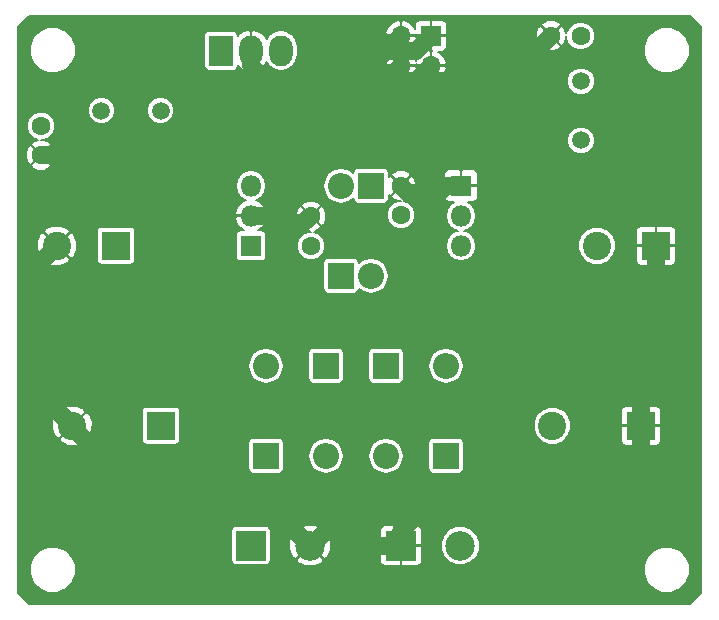
<source format=gtl>
G04 #@! TF.FileFunction,Copper,L1,Top,Signal*
%FSLAX46Y46*%
G04 Gerber Fmt 4.6, Leading zero omitted, Abs format (unit mm)*
G04 Created by KiCad (PCBNEW 4.0.6) date 11/03/19 09:37:08*
%MOMM*%
%LPD*%
G01*
G04 APERTURE LIST*
%ADD10C,0.100000*%
%ADD11R,2.400000X2.400000*%
%ADD12C,2.400000*%
%ADD13C,1.600000*%
%ADD14R,2.200000X2.200000*%
%ADD15O,2.200000X2.200000*%
%ADD16R,1.800000X1.800000*%
%ADD17O,1.800000X1.800000*%
%ADD18R,2.500000X2.500000*%
%ADD19C,2.500000*%
%ADD20C,1.501140*%
%ADD21R,2.000000X2.600000*%
%ADD22O,2.000000X2.600000*%
%ADD23R,1.700000X1.700000*%
%ADD24O,1.700000X1.700000*%
%ADD25C,1.500000*%
%ADD26C,1.000000*%
%ADD27C,0.400000*%
%ADD28C,0.200000*%
G04 APERTURE END LIST*
D10*
D11*
X43180000Y-177800000D03*
D12*
X35680000Y-177800000D03*
D11*
X83820000Y-177800000D03*
D12*
X76320000Y-177800000D03*
D13*
X55880000Y-162560000D03*
X55880000Y-160060000D03*
X63500000Y-157480000D03*
X63500000Y-159980000D03*
D11*
X39370000Y-162560000D03*
D12*
X34370000Y-162560000D03*
D11*
X85090000Y-162560000D03*
D12*
X80090000Y-162560000D03*
D13*
X33020000Y-152400000D03*
X33020000Y-154900000D03*
X76200000Y-144780000D03*
X78700000Y-144780000D03*
D14*
X57150000Y-172720000D03*
D15*
X57150000Y-180340000D03*
D14*
X52070000Y-180340000D03*
D15*
X52070000Y-172720000D03*
D14*
X62230000Y-172720000D03*
D15*
X62230000Y-180340000D03*
D14*
X67310000Y-180340000D03*
D15*
X67310000Y-172720000D03*
D14*
X58420000Y-165100000D03*
D15*
X58420000Y-157480000D03*
D14*
X60960000Y-157480000D03*
D15*
X60960000Y-165100000D03*
D16*
X50800000Y-162560000D03*
D17*
X50800000Y-160020000D03*
X50800000Y-157480000D03*
D16*
X68580000Y-157480000D03*
D17*
X68580000Y-160020000D03*
X68580000Y-162560000D03*
D18*
X50800000Y-187960000D03*
D19*
X55800000Y-187960000D03*
D18*
X63500000Y-187960000D03*
D19*
X68500000Y-187960000D03*
D20*
X38140640Y-151130000D03*
X43139360Y-151130000D03*
X78740000Y-148630640D03*
X78740000Y-153629360D03*
D21*
X48260000Y-146050000D03*
D22*
X50800000Y-146050000D03*
X53340000Y-146050000D03*
D23*
X66040000Y-144780000D03*
D24*
X66040000Y-147320000D03*
X63500000Y-144780000D03*
X63500000Y-147320000D03*
D25*
X53340000Y-153670000D02*
X39290000Y-153670000D01*
X38060000Y-154900000D02*
X39290000Y-153670000D01*
X38060000Y-154900000D02*
X33020000Y-154900000D01*
X50800000Y-160020000D02*
X53340000Y-160020000D01*
X55880000Y-160060000D02*
X55840000Y-160060000D01*
X55840000Y-160060000D02*
X55245000Y-160655000D01*
X55245000Y-160655000D02*
X53340000Y-160655000D01*
X66040000Y-158750000D02*
X65405000Y-158115000D01*
X64135000Y-158115000D02*
X63500000Y-157480000D01*
X65405000Y-158115000D02*
X64135000Y-158115000D01*
X53340000Y-148590000D02*
X52070000Y-148590000D01*
X52070000Y-148590000D02*
X50800000Y-147320000D01*
X50800000Y-147320000D02*
X50800000Y-146050000D01*
X35680000Y-177920000D02*
X41910000Y-184150000D01*
X41910000Y-184150000D02*
X51990000Y-184150000D01*
X51990000Y-184150000D02*
X55800000Y-187960000D01*
X66040000Y-158750000D02*
X67310000Y-157480000D01*
X67310000Y-157480000D02*
X68580000Y-157480000D01*
D26*
X34370000Y-176490000D02*
X34250000Y-176490000D01*
D25*
X34370000Y-176490000D02*
X35680000Y-177800000D01*
X34250000Y-176490000D02*
X33020000Y-175260000D01*
X33020000Y-175260000D02*
X33020000Y-163910000D01*
X33020000Y-163910000D02*
X34370000Y-162560000D01*
X83820000Y-177800000D02*
X83820000Y-171450000D01*
X85090000Y-162560000D02*
X85090000Y-170180000D01*
X83820000Y-171450000D02*
X85090000Y-170180000D01*
X63500000Y-186690000D02*
X66040000Y-184150000D01*
X66040000Y-184150000D02*
X80010000Y-184150000D01*
X63500000Y-187960000D02*
X63500000Y-186690000D01*
X80010000Y-184150000D02*
X83820000Y-180340000D01*
X83820000Y-180340000D02*
X83820000Y-177800000D01*
X59690000Y-184150000D02*
X59690000Y-186690000D01*
X59690000Y-186690000D02*
X60960000Y-187960000D01*
X60960000Y-187960000D02*
X63500000Y-187960000D01*
X62230000Y-146050000D02*
X64770000Y-146050000D01*
X64770000Y-146050000D02*
X66040000Y-144780000D01*
X60960000Y-148590000D02*
X60960000Y-147320000D01*
X60960000Y-147320000D02*
X62230000Y-146050000D01*
X62230000Y-146050000D02*
X63500000Y-144780000D01*
D27*
X33020000Y-154900000D02*
X33060000Y-154900000D01*
D25*
X69850000Y-148590000D02*
X72390000Y-148590000D01*
X72390000Y-148590000D02*
X76200000Y-144780000D01*
X67310000Y-148590000D02*
X69850000Y-148590000D01*
X64770000Y-148590000D02*
X67310000Y-148590000D01*
X62230000Y-148590000D02*
X64770000Y-148590000D01*
X64770000Y-148590000D02*
X66040000Y-147320000D01*
X53340000Y-148590000D02*
X60960000Y-148590000D01*
X60960000Y-148590000D02*
X62230000Y-148590000D01*
X62230000Y-148590000D02*
X63500000Y-147320000D01*
X53340000Y-160655000D02*
X53340000Y-160020000D01*
X53340000Y-160020000D02*
X53340000Y-153670000D01*
X53340000Y-153670000D02*
X53340000Y-148590000D01*
X59690000Y-167640000D02*
X66040000Y-167640000D01*
X66040000Y-167640000D02*
X66040000Y-158750000D01*
X59690000Y-184150000D02*
X59690000Y-167640000D01*
X59690000Y-167640000D02*
X53340000Y-167640000D01*
X53340000Y-167640000D02*
X53340000Y-160655000D01*
D27*
X35680000Y-177800000D02*
X35680000Y-177920000D01*
X55800000Y-187960000D02*
X55880000Y-187960000D01*
D25*
X55880000Y-187960000D02*
X59690000Y-184150000D01*
D28*
G36*
X88900000Y-144041422D02*
X88900000Y-191958578D01*
X87958578Y-192900000D01*
X32041422Y-192900000D01*
X31100000Y-191958578D01*
X31100000Y-190386177D01*
X32049662Y-190386177D01*
X32345906Y-191103143D01*
X32893971Y-191652166D01*
X33610419Y-191949661D01*
X34386177Y-191950338D01*
X35103143Y-191654094D01*
X35652166Y-191106029D01*
X35949661Y-190389581D01*
X35949663Y-190386177D01*
X84049662Y-190386177D01*
X84345906Y-191103143D01*
X84893971Y-191652166D01*
X85610419Y-191949661D01*
X86386177Y-191950338D01*
X87103143Y-191654094D01*
X87652166Y-191106029D01*
X87949661Y-190389581D01*
X87950338Y-189613823D01*
X87654094Y-188896857D01*
X87106029Y-188347834D01*
X86389581Y-188050339D01*
X85613823Y-188049662D01*
X84896857Y-188345906D01*
X84347834Y-188893971D01*
X84050339Y-189610419D01*
X84049662Y-190386177D01*
X35949663Y-190386177D01*
X35950338Y-189613823D01*
X35654094Y-188896857D01*
X35106029Y-188347834D01*
X34389581Y-188050339D01*
X33613823Y-188049662D01*
X32896857Y-188345906D01*
X32347834Y-188893971D01*
X32050339Y-189610419D01*
X32049662Y-190386177D01*
X31100000Y-190386177D01*
X31100000Y-186710000D01*
X49142164Y-186710000D01*
X49142164Y-189210000D01*
X49170056Y-189358231D01*
X49257660Y-189494372D01*
X49391329Y-189585704D01*
X49550000Y-189617836D01*
X52050000Y-189617836D01*
X52198231Y-189589944D01*
X52334372Y-189502340D01*
X52425704Y-189368671D01*
X52457836Y-189210000D01*
X52457836Y-189150836D01*
X54644519Y-189150836D01*
X54771552Y-189418070D01*
X55407817Y-189700651D01*
X56103789Y-189718234D01*
X56753511Y-189468141D01*
X56828448Y-189418070D01*
X56955481Y-189150836D01*
X55800000Y-187995355D01*
X54644519Y-189150836D01*
X52457836Y-189150836D01*
X52457836Y-188263789D01*
X54041766Y-188263789D01*
X54291859Y-188913511D01*
X54341930Y-188988448D01*
X54609164Y-189115481D01*
X55764645Y-187960000D01*
X55835355Y-187960000D01*
X56990836Y-189115481D01*
X57258070Y-188988448D01*
X57540651Y-188352183D01*
X57546769Y-188110000D01*
X61750000Y-188110000D01*
X61750000Y-189309456D01*
X61826121Y-189493227D01*
X61966773Y-189633880D01*
X62150544Y-189710000D01*
X63350000Y-189710000D01*
X63475000Y-189585000D01*
X63475000Y-187985000D01*
X63525000Y-187985000D01*
X63525000Y-189585000D01*
X63650000Y-189710000D01*
X64849456Y-189710000D01*
X65033227Y-189633880D01*
X65173879Y-189493227D01*
X65250000Y-189309456D01*
X65250000Y-188286765D01*
X66849715Y-188286765D01*
X67100383Y-188893429D01*
X67564130Y-189357986D01*
X68170355Y-189609713D01*
X68826765Y-189610285D01*
X69433429Y-189359617D01*
X69897986Y-188895870D01*
X70149713Y-188289645D01*
X70150285Y-187633235D01*
X69899617Y-187026571D01*
X69435870Y-186562014D01*
X68829645Y-186310287D01*
X68173235Y-186309715D01*
X67566571Y-186560383D01*
X67102014Y-187024130D01*
X66850287Y-187630355D01*
X66849715Y-188286765D01*
X65250000Y-188286765D01*
X65250000Y-188110000D01*
X65125000Y-187985000D01*
X63525000Y-187985000D01*
X63475000Y-187985000D01*
X61875000Y-187985000D01*
X61750000Y-188110000D01*
X57546769Y-188110000D01*
X57558234Y-187656211D01*
X57308141Y-187006489D01*
X57258070Y-186931552D01*
X56990836Y-186804519D01*
X55835355Y-187960000D01*
X55764645Y-187960000D01*
X54609164Y-186804519D01*
X54341930Y-186931552D01*
X54059349Y-187567817D01*
X54041766Y-188263789D01*
X52457836Y-188263789D01*
X52457836Y-186769164D01*
X54644519Y-186769164D01*
X55800000Y-187924645D01*
X56955481Y-186769164D01*
X56880080Y-186610544D01*
X61750000Y-186610544D01*
X61750000Y-187810000D01*
X61875000Y-187935000D01*
X63475000Y-187935000D01*
X63475000Y-186335000D01*
X63525000Y-186335000D01*
X63525000Y-187935000D01*
X65125000Y-187935000D01*
X65250000Y-187810000D01*
X65250000Y-186610544D01*
X65173879Y-186426773D01*
X65033227Y-186286120D01*
X64849456Y-186210000D01*
X63650000Y-186210000D01*
X63525000Y-186335000D01*
X63475000Y-186335000D01*
X63350000Y-186210000D01*
X62150544Y-186210000D01*
X61966773Y-186286120D01*
X61826121Y-186426773D01*
X61750000Y-186610544D01*
X56880080Y-186610544D01*
X56828448Y-186501930D01*
X56192183Y-186219349D01*
X55496211Y-186201766D01*
X54846489Y-186451859D01*
X54771552Y-186501930D01*
X54644519Y-186769164D01*
X52457836Y-186769164D01*
X52457836Y-186710000D01*
X52429944Y-186561769D01*
X52342340Y-186425628D01*
X52208671Y-186334296D01*
X52050000Y-186302164D01*
X49550000Y-186302164D01*
X49401769Y-186330056D01*
X49265628Y-186417660D01*
X49174296Y-186551329D01*
X49142164Y-186710000D01*
X31100000Y-186710000D01*
X31100000Y-178954784D01*
X34560571Y-178954784D01*
X34681521Y-179216822D01*
X35299719Y-179491074D01*
X35975812Y-179507876D01*
X36606871Y-179264670D01*
X36678479Y-179216822D01*
X36799429Y-178954784D01*
X35680000Y-177835355D01*
X34560571Y-178954784D01*
X31100000Y-178954784D01*
X31100000Y-178095812D01*
X33972124Y-178095812D01*
X34215330Y-178726871D01*
X34263178Y-178798479D01*
X34525216Y-178919429D01*
X35644645Y-177800000D01*
X35715355Y-177800000D01*
X36834784Y-178919429D01*
X37096822Y-178798479D01*
X37371074Y-178180281D01*
X37387876Y-177504188D01*
X37144670Y-176873129D01*
X37096822Y-176801521D01*
X36834784Y-176680571D01*
X35715355Y-177800000D01*
X35644645Y-177800000D01*
X34525216Y-176680571D01*
X34263178Y-176801521D01*
X33988926Y-177419719D01*
X33972124Y-178095812D01*
X31100000Y-178095812D01*
X31100000Y-176645216D01*
X34560571Y-176645216D01*
X35680000Y-177764645D01*
X36799429Y-176645216D01*
X36778559Y-176600000D01*
X41572164Y-176600000D01*
X41572164Y-179000000D01*
X41600056Y-179148231D01*
X41687660Y-179284372D01*
X41821329Y-179375704D01*
X41980000Y-179407836D01*
X44380000Y-179407836D01*
X44528231Y-179379944D01*
X44664372Y-179292340D01*
X44700134Y-179240000D01*
X50562164Y-179240000D01*
X50562164Y-181440000D01*
X50590056Y-181588231D01*
X50677660Y-181724372D01*
X50811329Y-181815704D01*
X50970000Y-181847836D01*
X53170000Y-181847836D01*
X53318231Y-181819944D01*
X53454372Y-181732340D01*
X53545704Y-181598671D01*
X53577836Y-181440000D01*
X53577836Y-180310613D01*
X55650000Y-180310613D01*
X55650000Y-180369387D01*
X55764181Y-180943412D01*
X56089340Y-181430047D01*
X56575975Y-181755206D01*
X57150000Y-181869387D01*
X57724025Y-181755206D01*
X58210660Y-181430047D01*
X58535819Y-180943412D01*
X58650000Y-180369387D01*
X58650000Y-180310613D01*
X60730000Y-180310613D01*
X60730000Y-180369387D01*
X60844181Y-180943412D01*
X61169340Y-181430047D01*
X61655975Y-181755206D01*
X62230000Y-181869387D01*
X62804025Y-181755206D01*
X63290660Y-181430047D01*
X63615819Y-180943412D01*
X63730000Y-180369387D01*
X63730000Y-180310613D01*
X63615819Y-179736588D01*
X63290660Y-179249953D01*
X63275765Y-179240000D01*
X65802164Y-179240000D01*
X65802164Y-181440000D01*
X65830056Y-181588231D01*
X65917660Y-181724372D01*
X66051329Y-181815704D01*
X66210000Y-181847836D01*
X68410000Y-181847836D01*
X68558231Y-181819944D01*
X68694372Y-181732340D01*
X68785704Y-181598671D01*
X68817836Y-181440000D01*
X68817836Y-179240000D01*
X68789944Y-179091769D01*
X68702340Y-178955628D01*
X68568671Y-178864296D01*
X68410000Y-178832164D01*
X66210000Y-178832164D01*
X66061769Y-178860056D01*
X65925628Y-178947660D01*
X65834296Y-179081329D01*
X65802164Y-179240000D01*
X63275765Y-179240000D01*
X62804025Y-178924794D01*
X62230000Y-178810613D01*
X61655975Y-178924794D01*
X61169340Y-179249953D01*
X60844181Y-179736588D01*
X60730000Y-180310613D01*
X58650000Y-180310613D01*
X58535819Y-179736588D01*
X58210660Y-179249953D01*
X57724025Y-178924794D01*
X57150000Y-178810613D01*
X56575975Y-178924794D01*
X56089340Y-179249953D01*
X55764181Y-179736588D01*
X55650000Y-180310613D01*
X53577836Y-180310613D01*
X53577836Y-179240000D01*
X53549944Y-179091769D01*
X53462340Y-178955628D01*
X53328671Y-178864296D01*
X53170000Y-178832164D01*
X50970000Y-178832164D01*
X50821769Y-178860056D01*
X50685628Y-178947660D01*
X50594296Y-179081329D01*
X50562164Y-179240000D01*
X44700134Y-179240000D01*
X44755704Y-179158671D01*
X44787836Y-179000000D01*
X44787836Y-178116863D01*
X74719723Y-178116863D01*
X74962795Y-178705143D01*
X75412489Y-179155623D01*
X76000344Y-179399722D01*
X76636863Y-179400277D01*
X77225143Y-179157205D01*
X77675623Y-178707511D01*
X77919722Y-178119656D01*
X77919869Y-177950000D01*
X82120000Y-177950000D01*
X82120000Y-179099456D01*
X82196121Y-179283227D01*
X82336773Y-179423880D01*
X82520544Y-179500000D01*
X83670000Y-179500000D01*
X83795000Y-179375000D01*
X83795000Y-177825000D01*
X83845000Y-177825000D01*
X83845000Y-179375000D01*
X83970000Y-179500000D01*
X85119456Y-179500000D01*
X85303227Y-179423880D01*
X85443879Y-179283227D01*
X85520000Y-179099456D01*
X85520000Y-177950000D01*
X85395000Y-177825000D01*
X83845000Y-177825000D01*
X83795000Y-177825000D01*
X82245000Y-177825000D01*
X82120000Y-177950000D01*
X77919869Y-177950000D01*
X77920277Y-177483137D01*
X77677205Y-176894857D01*
X77283580Y-176500544D01*
X82120000Y-176500544D01*
X82120000Y-177650000D01*
X82245000Y-177775000D01*
X83795000Y-177775000D01*
X83795000Y-176225000D01*
X83845000Y-176225000D01*
X83845000Y-177775000D01*
X85395000Y-177775000D01*
X85520000Y-177650000D01*
X85520000Y-176500544D01*
X85443879Y-176316773D01*
X85303227Y-176176120D01*
X85119456Y-176100000D01*
X83970000Y-176100000D01*
X83845000Y-176225000D01*
X83795000Y-176225000D01*
X83670000Y-176100000D01*
X82520544Y-176100000D01*
X82336773Y-176176120D01*
X82196121Y-176316773D01*
X82120000Y-176500544D01*
X77283580Y-176500544D01*
X77227511Y-176444377D01*
X76639656Y-176200278D01*
X76003137Y-176199723D01*
X75414857Y-176442795D01*
X74964377Y-176892489D01*
X74720278Y-177480344D01*
X74719723Y-178116863D01*
X44787836Y-178116863D01*
X44787836Y-176600000D01*
X44759944Y-176451769D01*
X44672340Y-176315628D01*
X44538671Y-176224296D01*
X44380000Y-176192164D01*
X41980000Y-176192164D01*
X41831769Y-176220056D01*
X41695628Y-176307660D01*
X41604296Y-176441329D01*
X41572164Y-176600000D01*
X36778559Y-176600000D01*
X36678479Y-176383178D01*
X36060281Y-176108926D01*
X35384188Y-176092124D01*
X34753129Y-176335330D01*
X34681521Y-176383178D01*
X34560571Y-176645216D01*
X31100000Y-176645216D01*
X31100000Y-172690613D01*
X50570000Y-172690613D01*
X50570000Y-172749387D01*
X50684181Y-173323412D01*
X51009340Y-173810047D01*
X51495975Y-174135206D01*
X52070000Y-174249387D01*
X52644025Y-174135206D01*
X53130660Y-173810047D01*
X53455819Y-173323412D01*
X53570000Y-172749387D01*
X53570000Y-172690613D01*
X53455819Y-172116588D01*
X53130660Y-171629953D01*
X53115765Y-171620000D01*
X55642164Y-171620000D01*
X55642164Y-173820000D01*
X55670056Y-173968231D01*
X55757660Y-174104372D01*
X55891329Y-174195704D01*
X56050000Y-174227836D01*
X58250000Y-174227836D01*
X58398231Y-174199944D01*
X58534372Y-174112340D01*
X58625704Y-173978671D01*
X58657836Y-173820000D01*
X58657836Y-171620000D01*
X60722164Y-171620000D01*
X60722164Y-173820000D01*
X60750056Y-173968231D01*
X60837660Y-174104372D01*
X60971329Y-174195704D01*
X61130000Y-174227836D01*
X63330000Y-174227836D01*
X63478231Y-174199944D01*
X63614372Y-174112340D01*
X63705704Y-173978671D01*
X63737836Y-173820000D01*
X63737836Y-172690613D01*
X65810000Y-172690613D01*
X65810000Y-172749387D01*
X65924181Y-173323412D01*
X66249340Y-173810047D01*
X66735975Y-174135206D01*
X67310000Y-174249387D01*
X67884025Y-174135206D01*
X68370660Y-173810047D01*
X68695819Y-173323412D01*
X68810000Y-172749387D01*
X68810000Y-172690613D01*
X68695819Y-172116588D01*
X68370660Y-171629953D01*
X67884025Y-171304794D01*
X67310000Y-171190613D01*
X66735975Y-171304794D01*
X66249340Y-171629953D01*
X65924181Y-172116588D01*
X65810000Y-172690613D01*
X63737836Y-172690613D01*
X63737836Y-171620000D01*
X63709944Y-171471769D01*
X63622340Y-171335628D01*
X63488671Y-171244296D01*
X63330000Y-171212164D01*
X61130000Y-171212164D01*
X60981769Y-171240056D01*
X60845628Y-171327660D01*
X60754296Y-171461329D01*
X60722164Y-171620000D01*
X58657836Y-171620000D01*
X58629944Y-171471769D01*
X58542340Y-171335628D01*
X58408671Y-171244296D01*
X58250000Y-171212164D01*
X56050000Y-171212164D01*
X55901769Y-171240056D01*
X55765628Y-171327660D01*
X55674296Y-171461329D01*
X55642164Y-171620000D01*
X53115765Y-171620000D01*
X52644025Y-171304794D01*
X52070000Y-171190613D01*
X51495975Y-171304794D01*
X51009340Y-171629953D01*
X50684181Y-172116588D01*
X50570000Y-172690613D01*
X31100000Y-172690613D01*
X31100000Y-163714784D01*
X33250571Y-163714784D01*
X33371521Y-163976822D01*
X33989719Y-164251074D01*
X34665812Y-164267876D01*
X35296871Y-164024670D01*
X35368479Y-163976822D01*
X35489429Y-163714784D01*
X34370000Y-162595355D01*
X33250571Y-163714784D01*
X31100000Y-163714784D01*
X31100000Y-162855812D01*
X32662124Y-162855812D01*
X32905330Y-163486871D01*
X32953178Y-163558479D01*
X33215216Y-163679429D01*
X34334645Y-162560000D01*
X34405355Y-162560000D01*
X35524784Y-163679429D01*
X35786822Y-163558479D01*
X36061074Y-162940281D01*
X36077876Y-162264188D01*
X35834670Y-161633129D01*
X35786822Y-161561521D01*
X35524784Y-161440571D01*
X34405355Y-162560000D01*
X34334645Y-162560000D01*
X33215216Y-161440571D01*
X32953178Y-161561521D01*
X32678926Y-162179719D01*
X32662124Y-162855812D01*
X31100000Y-162855812D01*
X31100000Y-161405216D01*
X33250571Y-161405216D01*
X34370000Y-162524645D01*
X35489429Y-161405216D01*
X35468559Y-161360000D01*
X37762164Y-161360000D01*
X37762164Y-163760000D01*
X37790056Y-163908231D01*
X37877660Y-164044372D01*
X38011329Y-164135704D01*
X38170000Y-164167836D01*
X40570000Y-164167836D01*
X40718231Y-164139944D01*
X40854372Y-164052340D01*
X40890134Y-164000000D01*
X56912164Y-164000000D01*
X56912164Y-166200000D01*
X56940056Y-166348231D01*
X57027660Y-166484372D01*
X57161329Y-166575704D01*
X57320000Y-166607836D01*
X59520000Y-166607836D01*
X59668231Y-166579944D01*
X59804372Y-166492340D01*
X59895704Y-166358671D01*
X59926215Y-166208004D01*
X60385975Y-166515206D01*
X60960000Y-166629387D01*
X61534025Y-166515206D01*
X62020660Y-166190047D01*
X62345819Y-165703412D01*
X62460000Y-165129387D01*
X62460000Y-165070613D01*
X62345819Y-164496588D01*
X62020660Y-164009953D01*
X61534025Y-163684794D01*
X60960000Y-163570613D01*
X60385975Y-163684794D01*
X59926317Y-163991928D01*
X59899944Y-163851769D01*
X59812340Y-163715628D01*
X59678671Y-163624296D01*
X59520000Y-163592164D01*
X57320000Y-163592164D01*
X57171769Y-163620056D01*
X57035628Y-163707660D01*
X56944296Y-163841329D01*
X56912164Y-164000000D01*
X40890134Y-164000000D01*
X40945704Y-163918671D01*
X40977836Y-163760000D01*
X40977836Y-161360000D01*
X40949944Y-161211769D01*
X40862340Y-161075628D01*
X40728671Y-160984296D01*
X40570000Y-160952164D01*
X38170000Y-160952164D01*
X38021769Y-160980056D01*
X37885628Y-161067660D01*
X37794296Y-161201329D01*
X37762164Y-161360000D01*
X35468559Y-161360000D01*
X35368479Y-161143178D01*
X34750281Y-160868926D01*
X34074188Y-160852124D01*
X33443129Y-161095330D01*
X33371521Y-161143178D01*
X33250571Y-161405216D01*
X31100000Y-161405216D01*
X31100000Y-160263666D01*
X49421365Y-160263666D01*
X49619554Y-160772699D01*
X49997456Y-161167140D01*
X50190900Y-161252164D01*
X49900000Y-161252164D01*
X49751769Y-161280056D01*
X49615628Y-161367660D01*
X49524296Y-161501329D01*
X49492164Y-161660000D01*
X49492164Y-163460000D01*
X49520056Y-163608231D01*
X49607660Y-163744372D01*
X49741329Y-163835704D01*
X49900000Y-163867836D01*
X51700000Y-163867836D01*
X51848231Y-163839944D01*
X51984372Y-163752340D01*
X52075704Y-163618671D01*
X52107836Y-163460000D01*
X52107836Y-162797647D01*
X54679793Y-162797647D01*
X54862097Y-163238857D01*
X55199367Y-163576717D01*
X55640258Y-163759791D01*
X56117647Y-163760207D01*
X56558857Y-163577903D01*
X56896717Y-163240633D01*
X57079791Y-162799742D01*
X57080207Y-162322353D01*
X56897903Y-161881143D01*
X56560633Y-161543283D01*
X56121945Y-161361124D01*
X56593747Y-161176884D01*
X56638727Y-161146830D01*
X56710998Y-160926354D01*
X55880000Y-160095355D01*
X55049002Y-160926354D01*
X55121273Y-161146830D01*
X55594940Y-161354452D01*
X55866162Y-161359988D01*
X55642353Y-161359793D01*
X55201143Y-161542097D01*
X54863283Y-161879367D01*
X54680209Y-162320258D01*
X54679793Y-162797647D01*
X52107836Y-162797647D01*
X52107836Y-161660000D01*
X52079944Y-161511769D01*
X51992340Y-161375628D01*
X51858671Y-161284296D01*
X51700000Y-161252164D01*
X51409100Y-161252164D01*
X51602544Y-161167140D01*
X51980446Y-160772699D01*
X52167601Y-160292004D01*
X54574994Y-160292004D01*
X54763116Y-160773747D01*
X54793170Y-160818727D01*
X55013646Y-160890998D01*
X55844645Y-160060000D01*
X55915355Y-160060000D01*
X56746354Y-160890998D01*
X56966830Y-160818727D01*
X57174452Y-160345060D01*
X57177052Y-160217647D01*
X62299793Y-160217647D01*
X62482097Y-160658857D01*
X62819367Y-160996717D01*
X63260258Y-161179791D01*
X63737647Y-161180207D01*
X64178857Y-160997903D01*
X64516717Y-160660633D01*
X64699791Y-160219742D01*
X64700207Y-159742353D01*
X64517903Y-159301143D01*
X64180633Y-158963283D01*
X63741945Y-158781124D01*
X64213747Y-158596884D01*
X64258727Y-158566830D01*
X64330998Y-158346354D01*
X63500000Y-157515355D01*
X62669002Y-158346354D01*
X62741273Y-158566830D01*
X63214940Y-158774452D01*
X63486162Y-158779988D01*
X63262353Y-158779793D01*
X62821143Y-158962097D01*
X62483283Y-159299367D01*
X62300209Y-159740258D01*
X62299793Y-160217647D01*
X57177052Y-160217647D01*
X57185006Y-159827996D01*
X56996884Y-159346253D01*
X56966830Y-159301273D01*
X56746354Y-159229002D01*
X55915355Y-160060000D01*
X55844645Y-160060000D01*
X55013646Y-159229002D01*
X54793170Y-159301273D01*
X54585548Y-159774940D01*
X54574994Y-160292004D01*
X52167601Y-160292004D01*
X52178635Y-160263666D01*
X52074779Y-160045000D01*
X50825000Y-160045000D01*
X50825000Y-160065000D01*
X50775000Y-160065000D01*
X50775000Y-160045000D01*
X49525221Y-160045000D01*
X49421365Y-160263666D01*
X31100000Y-160263666D01*
X31100000Y-159776334D01*
X49421365Y-159776334D01*
X49525221Y-159995000D01*
X50775000Y-159995000D01*
X50775000Y-159975000D01*
X50825000Y-159975000D01*
X50825000Y-159995000D01*
X52074779Y-159995000D01*
X52178635Y-159776334D01*
X51980446Y-159267301D01*
X51909880Y-159193646D01*
X55049002Y-159193646D01*
X55880000Y-160024645D01*
X56710998Y-159193646D01*
X56638727Y-158973170D01*
X56165060Y-158765548D01*
X55647996Y-158754994D01*
X55166253Y-158943116D01*
X55121273Y-158973170D01*
X55049002Y-159193646D01*
X51909880Y-159193646D01*
X51602544Y-158872860D01*
X51246947Y-158716565D01*
X51297488Y-158706512D01*
X51719239Y-158424708D01*
X52001043Y-158002957D01*
X52100000Y-157505469D01*
X52100000Y-157454531D01*
X52099221Y-157450613D01*
X56920000Y-157450613D01*
X56920000Y-157509387D01*
X57034181Y-158083412D01*
X57359340Y-158570047D01*
X57845975Y-158895206D01*
X58420000Y-159009387D01*
X58994025Y-158895206D01*
X59453683Y-158588072D01*
X59480056Y-158728231D01*
X59567660Y-158864372D01*
X59701329Y-158955704D01*
X59860000Y-158987836D01*
X62060000Y-158987836D01*
X62208231Y-158959944D01*
X62344372Y-158872340D01*
X62435704Y-158738671D01*
X62467836Y-158580000D01*
X62467836Y-158256646D01*
X62633646Y-158310998D01*
X63464645Y-157480000D01*
X63535355Y-157480000D01*
X64366354Y-158310998D01*
X64586830Y-158238727D01*
X64794452Y-157765060D01*
X64797208Y-157630000D01*
X67180000Y-157630000D01*
X67180000Y-158479456D01*
X67256120Y-158663227D01*
X67396773Y-158803879D01*
X67580544Y-158880000D01*
X67953037Y-158880000D01*
X67660761Y-159075292D01*
X67378957Y-159497043D01*
X67280000Y-159994531D01*
X67280000Y-160045469D01*
X67378957Y-160542957D01*
X67660761Y-160964708D01*
X68082512Y-161246512D01*
X68301140Y-161290000D01*
X68082512Y-161333488D01*
X67660761Y-161615292D01*
X67378957Y-162037043D01*
X67280000Y-162534531D01*
X67280000Y-162585469D01*
X67378957Y-163082957D01*
X67660761Y-163504708D01*
X68082512Y-163786512D01*
X68580000Y-163885469D01*
X69077488Y-163786512D01*
X69499239Y-163504708D01*
X69781043Y-163082957D01*
X69822037Y-162876863D01*
X78489723Y-162876863D01*
X78732795Y-163465143D01*
X79182489Y-163915623D01*
X79770344Y-164159722D01*
X80406863Y-164160277D01*
X80995143Y-163917205D01*
X81445623Y-163467511D01*
X81689722Y-162879656D01*
X81689869Y-162710000D01*
X83390000Y-162710000D01*
X83390000Y-163859456D01*
X83466121Y-164043227D01*
X83606773Y-164183880D01*
X83790544Y-164260000D01*
X84940000Y-164260000D01*
X85065000Y-164135000D01*
X85065000Y-162585000D01*
X85115000Y-162585000D01*
X85115000Y-164135000D01*
X85240000Y-164260000D01*
X86389456Y-164260000D01*
X86573227Y-164183880D01*
X86713879Y-164043227D01*
X86790000Y-163859456D01*
X86790000Y-162710000D01*
X86665000Y-162585000D01*
X85115000Y-162585000D01*
X85065000Y-162585000D01*
X83515000Y-162585000D01*
X83390000Y-162710000D01*
X81689869Y-162710000D01*
X81690277Y-162243137D01*
X81447205Y-161654857D01*
X81053580Y-161260544D01*
X83390000Y-161260544D01*
X83390000Y-162410000D01*
X83515000Y-162535000D01*
X85065000Y-162535000D01*
X85065000Y-160985000D01*
X85115000Y-160985000D01*
X85115000Y-162535000D01*
X86665000Y-162535000D01*
X86790000Y-162410000D01*
X86790000Y-161260544D01*
X86713879Y-161076773D01*
X86573227Y-160936120D01*
X86389456Y-160860000D01*
X85240000Y-160860000D01*
X85115000Y-160985000D01*
X85065000Y-160985000D01*
X84940000Y-160860000D01*
X83790544Y-160860000D01*
X83606773Y-160936120D01*
X83466121Y-161076773D01*
X83390000Y-161260544D01*
X81053580Y-161260544D01*
X80997511Y-161204377D01*
X80409656Y-160960278D01*
X79773137Y-160959723D01*
X79184857Y-161202795D01*
X78734377Y-161652489D01*
X78490278Y-162240344D01*
X78489723Y-162876863D01*
X69822037Y-162876863D01*
X69880000Y-162585469D01*
X69880000Y-162534531D01*
X69781043Y-162037043D01*
X69499239Y-161615292D01*
X69077488Y-161333488D01*
X68858860Y-161290000D01*
X69077488Y-161246512D01*
X69499239Y-160964708D01*
X69781043Y-160542957D01*
X69880000Y-160045469D01*
X69880000Y-159994531D01*
X69781043Y-159497043D01*
X69499239Y-159075292D01*
X69206963Y-158880000D01*
X69579456Y-158880000D01*
X69763227Y-158803879D01*
X69903880Y-158663227D01*
X69980000Y-158479456D01*
X69980000Y-157630000D01*
X69855000Y-157505000D01*
X68605000Y-157505000D01*
X68605000Y-157525000D01*
X68555000Y-157525000D01*
X68555000Y-157505000D01*
X67305000Y-157505000D01*
X67180000Y-157630000D01*
X64797208Y-157630000D01*
X64805006Y-157247996D01*
X64616884Y-156766253D01*
X64586830Y-156721273D01*
X64366354Y-156649002D01*
X63535355Y-157480000D01*
X63464645Y-157480000D01*
X62633646Y-156649002D01*
X62467836Y-156703354D01*
X62467836Y-156613646D01*
X62669002Y-156613646D01*
X63500000Y-157444645D01*
X64330998Y-156613646D01*
X64287368Y-156480544D01*
X67180000Y-156480544D01*
X67180000Y-157330000D01*
X67305000Y-157455000D01*
X68555000Y-157455000D01*
X68555000Y-156205000D01*
X68605000Y-156205000D01*
X68605000Y-157455000D01*
X69855000Y-157455000D01*
X69980000Y-157330000D01*
X69980000Y-156480544D01*
X69903880Y-156296773D01*
X69763227Y-156156121D01*
X69579456Y-156080000D01*
X68730000Y-156080000D01*
X68605000Y-156205000D01*
X68555000Y-156205000D01*
X68430000Y-156080000D01*
X67580544Y-156080000D01*
X67396773Y-156156121D01*
X67256120Y-156296773D01*
X67180000Y-156480544D01*
X64287368Y-156480544D01*
X64258727Y-156393170D01*
X63785060Y-156185548D01*
X63267996Y-156174994D01*
X62786253Y-156363116D01*
X62741273Y-156393170D01*
X62669002Y-156613646D01*
X62467836Y-156613646D01*
X62467836Y-156380000D01*
X62439944Y-156231769D01*
X62352340Y-156095628D01*
X62218671Y-156004296D01*
X62060000Y-155972164D01*
X59860000Y-155972164D01*
X59711769Y-156000056D01*
X59575628Y-156087660D01*
X59484296Y-156221329D01*
X59453785Y-156371996D01*
X58994025Y-156064794D01*
X58420000Y-155950613D01*
X57845975Y-156064794D01*
X57359340Y-156389953D01*
X57034181Y-156876588D01*
X56920000Y-157450613D01*
X52099221Y-157450613D01*
X52001043Y-156957043D01*
X51719239Y-156535292D01*
X51297488Y-156253488D01*
X50800000Y-156154531D01*
X50302512Y-156253488D01*
X49880761Y-156535292D01*
X49598957Y-156957043D01*
X49500000Y-157454531D01*
X49500000Y-157505469D01*
X49598957Y-158002957D01*
X49880761Y-158424708D01*
X50302512Y-158706512D01*
X50353053Y-158716565D01*
X49997456Y-158872860D01*
X49619554Y-159267301D01*
X49421365Y-159776334D01*
X31100000Y-159776334D01*
X31100000Y-155766354D01*
X32189002Y-155766354D01*
X32261273Y-155986830D01*
X32734940Y-156194452D01*
X33252004Y-156205006D01*
X33733747Y-156016884D01*
X33778727Y-155986830D01*
X33850998Y-155766354D01*
X33020000Y-154935355D01*
X32189002Y-155766354D01*
X31100000Y-155766354D01*
X31100000Y-155132004D01*
X31714994Y-155132004D01*
X31903116Y-155613747D01*
X31933170Y-155658727D01*
X32153646Y-155730998D01*
X32984645Y-154900000D01*
X33055355Y-154900000D01*
X33886354Y-155730998D01*
X34106830Y-155658727D01*
X34314452Y-155185060D01*
X34325006Y-154667996D01*
X34136884Y-154186253D01*
X34106830Y-154141273D01*
X33886354Y-154069002D01*
X33055355Y-154900000D01*
X32984645Y-154900000D01*
X32153646Y-154069002D01*
X31933170Y-154141273D01*
X31725548Y-154614940D01*
X31714994Y-155132004D01*
X31100000Y-155132004D01*
X31100000Y-152637647D01*
X31819793Y-152637647D01*
X32002097Y-153078857D01*
X32339367Y-153416717D01*
X32778055Y-153598876D01*
X32306253Y-153783116D01*
X32261273Y-153813170D01*
X32189002Y-154033646D01*
X33020000Y-154864645D01*
X33850998Y-154033646D01*
X33793166Y-153857218D01*
X77589231Y-153857218D01*
X77764025Y-154280254D01*
X78087403Y-154604197D01*
X78510133Y-154779730D01*
X78967858Y-154780129D01*
X79390894Y-154605335D01*
X79714837Y-154281957D01*
X79890370Y-153859227D01*
X79890769Y-153401502D01*
X79715975Y-152978466D01*
X79392597Y-152654523D01*
X78969867Y-152478990D01*
X78512142Y-152478591D01*
X78089106Y-152653385D01*
X77765163Y-152976763D01*
X77589630Y-153399493D01*
X77589231Y-153857218D01*
X33793166Y-153857218D01*
X33778727Y-153813170D01*
X33305060Y-153605548D01*
X33033838Y-153600012D01*
X33257647Y-153600207D01*
X33698857Y-153417903D01*
X34036717Y-153080633D01*
X34219791Y-152639742D01*
X34220207Y-152162353D01*
X34037903Y-151721143D01*
X33700633Y-151383283D01*
X33639403Y-151357858D01*
X36989871Y-151357858D01*
X37164665Y-151780894D01*
X37488043Y-152104837D01*
X37910773Y-152280370D01*
X38368498Y-152280769D01*
X38791534Y-152105975D01*
X39115477Y-151782597D01*
X39291010Y-151359867D01*
X39291011Y-151357858D01*
X41988591Y-151357858D01*
X42163385Y-151780894D01*
X42486763Y-152104837D01*
X42909493Y-152280370D01*
X43367218Y-152280769D01*
X43790254Y-152105975D01*
X44114197Y-151782597D01*
X44289730Y-151359867D01*
X44290129Y-150902142D01*
X44115335Y-150479106D01*
X43791957Y-150155163D01*
X43369227Y-149979630D01*
X42911502Y-149979231D01*
X42488466Y-150154025D01*
X42164523Y-150477403D01*
X41988990Y-150900133D01*
X41988591Y-151357858D01*
X39291011Y-151357858D01*
X39291409Y-150902142D01*
X39116615Y-150479106D01*
X38793237Y-150155163D01*
X38370507Y-149979630D01*
X37912782Y-149979231D01*
X37489746Y-150154025D01*
X37165803Y-150477403D01*
X36990270Y-150900133D01*
X36989871Y-151357858D01*
X33639403Y-151357858D01*
X33259742Y-151200209D01*
X32782353Y-151199793D01*
X32341143Y-151382097D01*
X32003283Y-151719367D01*
X31820209Y-152160258D01*
X31819793Y-152637647D01*
X31100000Y-152637647D01*
X31100000Y-148858498D01*
X77589231Y-148858498D01*
X77764025Y-149281534D01*
X78087403Y-149605477D01*
X78510133Y-149781010D01*
X78967858Y-149781409D01*
X79390894Y-149606615D01*
X79714837Y-149283237D01*
X79890370Y-148860507D01*
X79890769Y-148402782D01*
X79715975Y-147979746D01*
X79392597Y-147655803D01*
X78969867Y-147480270D01*
X78512142Y-147479871D01*
X78089106Y-147654665D01*
X77765163Y-147978043D01*
X77589630Y-148400773D01*
X77589231Y-148858498D01*
X31100000Y-148858498D01*
X31100000Y-146386177D01*
X32049662Y-146386177D01*
X32345906Y-147103143D01*
X32893971Y-147652166D01*
X33610419Y-147949661D01*
X34386177Y-147950338D01*
X35103143Y-147654094D01*
X35652166Y-147106029D01*
X35949661Y-146389581D01*
X35950338Y-145613823D01*
X35654094Y-144896857D01*
X35507494Y-144750000D01*
X46852164Y-144750000D01*
X46852164Y-147350000D01*
X46880056Y-147498231D01*
X46967660Y-147634372D01*
X47101329Y-147725704D01*
X47260000Y-147757836D01*
X49260000Y-147757836D01*
X49408231Y-147729944D01*
X49544372Y-147642340D01*
X49635704Y-147508671D01*
X49667836Y-147350000D01*
X49667836Y-147299566D01*
X49757018Y-147428338D01*
X50249072Y-147745386D01*
X50540689Y-147827416D01*
X50775000Y-147724773D01*
X50775000Y-146075000D01*
X50755000Y-146075000D01*
X50755000Y-146025000D01*
X50775000Y-146025000D01*
X50775000Y-144375227D01*
X50825000Y-144375227D01*
X50825000Y-146025000D01*
X50845000Y-146025000D01*
X50845000Y-146075000D01*
X50825000Y-146075000D01*
X50825000Y-147724773D01*
X51059311Y-147827416D01*
X51350928Y-147745386D01*
X51842982Y-147428338D01*
X52119791Y-147028647D01*
X52350051Y-147373254D01*
X52804243Y-147676736D01*
X53340000Y-147783305D01*
X53875757Y-147676736D01*
X54056685Y-147555843D01*
X62170758Y-147555843D01*
X62362194Y-148046569D01*
X62726850Y-148426682D01*
X63209211Y-148638313D01*
X63264158Y-148649239D01*
X63475000Y-148544745D01*
X63475000Y-147345000D01*
X63525000Y-147345000D01*
X63525000Y-148544745D01*
X63735842Y-148649239D01*
X63790789Y-148638313D01*
X64273150Y-148426682D01*
X64637806Y-148046569D01*
X64770000Y-147707704D01*
X64902194Y-148046569D01*
X65266850Y-148426682D01*
X65749211Y-148638313D01*
X65804158Y-148649239D01*
X66015000Y-148544745D01*
X66015000Y-147345000D01*
X66065000Y-147345000D01*
X66065000Y-148544745D01*
X66275842Y-148649239D01*
X66330789Y-148638313D01*
X66813150Y-148426682D01*
X67177806Y-148046569D01*
X67369242Y-147555843D01*
X67264771Y-147345000D01*
X66065000Y-147345000D01*
X66015000Y-147345000D01*
X64815229Y-147345000D01*
X64770000Y-147436281D01*
X64724771Y-147345000D01*
X63525000Y-147345000D01*
X63475000Y-147345000D01*
X62275229Y-147345000D01*
X62170758Y-147555843D01*
X54056685Y-147555843D01*
X54329949Y-147373254D01*
X54633431Y-146919062D01*
X54740000Y-146383305D01*
X54740000Y-145716695D01*
X54633431Y-145180938D01*
X54523118Y-145015843D01*
X62170758Y-145015843D01*
X62362194Y-145506569D01*
X62726850Y-145886682D01*
X63099093Y-146050000D01*
X62726850Y-146213318D01*
X62362194Y-146593431D01*
X62170758Y-147084157D01*
X62275229Y-147295000D01*
X63475000Y-147295000D01*
X63475000Y-146095255D01*
X63383687Y-146050000D01*
X63475000Y-146004745D01*
X63475000Y-144805000D01*
X63525000Y-144805000D01*
X63525000Y-146004745D01*
X63616313Y-146050000D01*
X63525000Y-146095255D01*
X63525000Y-147295000D01*
X64724771Y-147295000D01*
X64770000Y-147203719D01*
X64815229Y-147295000D01*
X66015000Y-147295000D01*
X66015000Y-146095255D01*
X65954653Y-146065347D01*
X66015000Y-146005000D01*
X66015000Y-144805000D01*
X66065000Y-144805000D01*
X66065000Y-146005000D01*
X66125347Y-146065347D01*
X66065000Y-146095255D01*
X66065000Y-147295000D01*
X67264771Y-147295000D01*
X67369242Y-147084157D01*
X67177806Y-146593431D01*
X66978980Y-146386177D01*
X84049662Y-146386177D01*
X84345906Y-147103143D01*
X84893971Y-147652166D01*
X85610419Y-147949661D01*
X86386177Y-147950338D01*
X87103143Y-147654094D01*
X87652166Y-147106029D01*
X87949661Y-146389581D01*
X87950338Y-145613823D01*
X87654094Y-144896857D01*
X87106029Y-144347834D01*
X86389581Y-144050339D01*
X85613823Y-144049662D01*
X84896857Y-144345906D01*
X84347834Y-144893971D01*
X84050339Y-145610419D01*
X84049662Y-146386177D01*
X66978980Y-146386177D01*
X66813150Y-146213318D01*
X66623247Y-146130000D01*
X66989456Y-146130000D01*
X67173227Y-146053879D01*
X67313880Y-145913227D01*
X67390000Y-145729456D01*
X67390000Y-145646354D01*
X75369002Y-145646354D01*
X75441273Y-145866830D01*
X75914940Y-146074452D01*
X76432004Y-146085006D01*
X76913747Y-145896884D01*
X76958727Y-145866830D01*
X77030998Y-145646354D01*
X76200000Y-144815355D01*
X75369002Y-145646354D01*
X67390000Y-145646354D01*
X67390000Y-145012004D01*
X74894994Y-145012004D01*
X75083116Y-145493747D01*
X75113170Y-145538727D01*
X75333646Y-145610998D01*
X76164645Y-144780000D01*
X76235355Y-144780000D01*
X77066354Y-145610998D01*
X77286830Y-145538727D01*
X77494452Y-145065060D01*
X77499988Y-144793838D01*
X77499793Y-145017647D01*
X77682097Y-145458857D01*
X78019367Y-145796717D01*
X78460258Y-145979791D01*
X78937647Y-145980207D01*
X79378857Y-145797903D01*
X79716717Y-145460633D01*
X79899791Y-145019742D01*
X79900207Y-144542353D01*
X79717903Y-144101143D01*
X79380633Y-143763283D01*
X78939742Y-143580209D01*
X78462353Y-143579793D01*
X78021143Y-143762097D01*
X77683283Y-144099367D01*
X77501124Y-144538055D01*
X77316884Y-144066253D01*
X77286830Y-144021273D01*
X77066354Y-143949002D01*
X76235355Y-144780000D01*
X76164645Y-144780000D01*
X75333646Y-143949002D01*
X75113170Y-144021273D01*
X74905548Y-144494940D01*
X74894994Y-145012004D01*
X67390000Y-145012004D01*
X67390000Y-144930000D01*
X67265000Y-144805000D01*
X66065000Y-144805000D01*
X66015000Y-144805000D01*
X64815000Y-144805000D01*
X64754666Y-144865334D01*
X64724771Y-144805000D01*
X63525000Y-144805000D01*
X63475000Y-144805000D01*
X62275229Y-144805000D01*
X62170758Y-145015843D01*
X54523118Y-145015843D01*
X54329949Y-144726746D01*
X54056686Y-144544157D01*
X62170758Y-144544157D01*
X62275229Y-144755000D01*
X63475000Y-144755000D01*
X63475000Y-143555255D01*
X63525000Y-143555255D01*
X63525000Y-144755000D01*
X64724771Y-144755000D01*
X64754666Y-144694666D01*
X64815000Y-144755000D01*
X66015000Y-144755000D01*
X66015000Y-143555000D01*
X66065000Y-143555000D01*
X66065000Y-144755000D01*
X67265000Y-144755000D01*
X67390000Y-144630000D01*
X67390000Y-143913646D01*
X75369002Y-143913646D01*
X76200000Y-144744645D01*
X77030998Y-143913646D01*
X76958727Y-143693170D01*
X76485060Y-143485548D01*
X75967996Y-143474994D01*
X75486253Y-143663116D01*
X75441273Y-143693170D01*
X75369002Y-143913646D01*
X67390000Y-143913646D01*
X67390000Y-143830544D01*
X67313880Y-143646773D01*
X67173227Y-143506121D01*
X66989456Y-143430000D01*
X66190000Y-143430000D01*
X66065000Y-143555000D01*
X66015000Y-143555000D01*
X65890000Y-143430000D01*
X65090544Y-143430000D01*
X64906773Y-143506121D01*
X64766120Y-143646773D01*
X64690000Y-143830544D01*
X64690000Y-144187225D01*
X64637806Y-144053431D01*
X64273150Y-143673318D01*
X63790789Y-143461687D01*
X63735842Y-143450761D01*
X63525000Y-143555255D01*
X63475000Y-143555255D01*
X63264158Y-143450761D01*
X63209211Y-143461687D01*
X62726850Y-143673318D01*
X62362194Y-144053431D01*
X62170758Y-144544157D01*
X54056686Y-144544157D01*
X53875757Y-144423264D01*
X53340000Y-144316695D01*
X52804243Y-144423264D01*
X52350051Y-144726746D01*
X52119791Y-145071353D01*
X51842982Y-144671662D01*
X51350928Y-144354614D01*
X51059311Y-144272584D01*
X50825000Y-144375227D01*
X50775000Y-144375227D01*
X50540689Y-144272584D01*
X50249072Y-144354614D01*
X49757018Y-144671662D01*
X49667836Y-144800434D01*
X49667836Y-144750000D01*
X49639944Y-144601769D01*
X49552340Y-144465628D01*
X49418671Y-144374296D01*
X49260000Y-144342164D01*
X47260000Y-144342164D01*
X47111769Y-144370056D01*
X46975628Y-144457660D01*
X46884296Y-144591329D01*
X46852164Y-144750000D01*
X35507494Y-144750000D01*
X35106029Y-144347834D01*
X34389581Y-144050339D01*
X33613823Y-144049662D01*
X32896857Y-144345906D01*
X32347834Y-144893971D01*
X32050339Y-145610419D01*
X32049662Y-146386177D01*
X31100000Y-146386177D01*
X31100000Y-144041422D01*
X32041422Y-143100000D01*
X87958578Y-143100000D01*
X88900000Y-144041422D01*
X88900000Y-144041422D01*
G37*
X88900000Y-144041422D02*
X88900000Y-191958578D01*
X87958578Y-192900000D01*
X32041422Y-192900000D01*
X31100000Y-191958578D01*
X31100000Y-190386177D01*
X32049662Y-190386177D01*
X32345906Y-191103143D01*
X32893971Y-191652166D01*
X33610419Y-191949661D01*
X34386177Y-191950338D01*
X35103143Y-191654094D01*
X35652166Y-191106029D01*
X35949661Y-190389581D01*
X35949663Y-190386177D01*
X84049662Y-190386177D01*
X84345906Y-191103143D01*
X84893971Y-191652166D01*
X85610419Y-191949661D01*
X86386177Y-191950338D01*
X87103143Y-191654094D01*
X87652166Y-191106029D01*
X87949661Y-190389581D01*
X87950338Y-189613823D01*
X87654094Y-188896857D01*
X87106029Y-188347834D01*
X86389581Y-188050339D01*
X85613823Y-188049662D01*
X84896857Y-188345906D01*
X84347834Y-188893971D01*
X84050339Y-189610419D01*
X84049662Y-190386177D01*
X35949663Y-190386177D01*
X35950338Y-189613823D01*
X35654094Y-188896857D01*
X35106029Y-188347834D01*
X34389581Y-188050339D01*
X33613823Y-188049662D01*
X32896857Y-188345906D01*
X32347834Y-188893971D01*
X32050339Y-189610419D01*
X32049662Y-190386177D01*
X31100000Y-190386177D01*
X31100000Y-186710000D01*
X49142164Y-186710000D01*
X49142164Y-189210000D01*
X49170056Y-189358231D01*
X49257660Y-189494372D01*
X49391329Y-189585704D01*
X49550000Y-189617836D01*
X52050000Y-189617836D01*
X52198231Y-189589944D01*
X52334372Y-189502340D01*
X52425704Y-189368671D01*
X52457836Y-189210000D01*
X52457836Y-189150836D01*
X54644519Y-189150836D01*
X54771552Y-189418070D01*
X55407817Y-189700651D01*
X56103789Y-189718234D01*
X56753511Y-189468141D01*
X56828448Y-189418070D01*
X56955481Y-189150836D01*
X55800000Y-187995355D01*
X54644519Y-189150836D01*
X52457836Y-189150836D01*
X52457836Y-188263789D01*
X54041766Y-188263789D01*
X54291859Y-188913511D01*
X54341930Y-188988448D01*
X54609164Y-189115481D01*
X55764645Y-187960000D01*
X55835355Y-187960000D01*
X56990836Y-189115481D01*
X57258070Y-188988448D01*
X57540651Y-188352183D01*
X57546769Y-188110000D01*
X61750000Y-188110000D01*
X61750000Y-189309456D01*
X61826121Y-189493227D01*
X61966773Y-189633880D01*
X62150544Y-189710000D01*
X63350000Y-189710000D01*
X63475000Y-189585000D01*
X63475000Y-187985000D01*
X63525000Y-187985000D01*
X63525000Y-189585000D01*
X63650000Y-189710000D01*
X64849456Y-189710000D01*
X65033227Y-189633880D01*
X65173879Y-189493227D01*
X65250000Y-189309456D01*
X65250000Y-188286765D01*
X66849715Y-188286765D01*
X67100383Y-188893429D01*
X67564130Y-189357986D01*
X68170355Y-189609713D01*
X68826765Y-189610285D01*
X69433429Y-189359617D01*
X69897986Y-188895870D01*
X70149713Y-188289645D01*
X70150285Y-187633235D01*
X69899617Y-187026571D01*
X69435870Y-186562014D01*
X68829645Y-186310287D01*
X68173235Y-186309715D01*
X67566571Y-186560383D01*
X67102014Y-187024130D01*
X66850287Y-187630355D01*
X66849715Y-188286765D01*
X65250000Y-188286765D01*
X65250000Y-188110000D01*
X65125000Y-187985000D01*
X63525000Y-187985000D01*
X63475000Y-187985000D01*
X61875000Y-187985000D01*
X61750000Y-188110000D01*
X57546769Y-188110000D01*
X57558234Y-187656211D01*
X57308141Y-187006489D01*
X57258070Y-186931552D01*
X56990836Y-186804519D01*
X55835355Y-187960000D01*
X55764645Y-187960000D01*
X54609164Y-186804519D01*
X54341930Y-186931552D01*
X54059349Y-187567817D01*
X54041766Y-188263789D01*
X52457836Y-188263789D01*
X52457836Y-186769164D01*
X54644519Y-186769164D01*
X55800000Y-187924645D01*
X56955481Y-186769164D01*
X56880080Y-186610544D01*
X61750000Y-186610544D01*
X61750000Y-187810000D01*
X61875000Y-187935000D01*
X63475000Y-187935000D01*
X63475000Y-186335000D01*
X63525000Y-186335000D01*
X63525000Y-187935000D01*
X65125000Y-187935000D01*
X65250000Y-187810000D01*
X65250000Y-186610544D01*
X65173879Y-186426773D01*
X65033227Y-186286120D01*
X64849456Y-186210000D01*
X63650000Y-186210000D01*
X63525000Y-186335000D01*
X63475000Y-186335000D01*
X63350000Y-186210000D01*
X62150544Y-186210000D01*
X61966773Y-186286120D01*
X61826121Y-186426773D01*
X61750000Y-186610544D01*
X56880080Y-186610544D01*
X56828448Y-186501930D01*
X56192183Y-186219349D01*
X55496211Y-186201766D01*
X54846489Y-186451859D01*
X54771552Y-186501930D01*
X54644519Y-186769164D01*
X52457836Y-186769164D01*
X52457836Y-186710000D01*
X52429944Y-186561769D01*
X52342340Y-186425628D01*
X52208671Y-186334296D01*
X52050000Y-186302164D01*
X49550000Y-186302164D01*
X49401769Y-186330056D01*
X49265628Y-186417660D01*
X49174296Y-186551329D01*
X49142164Y-186710000D01*
X31100000Y-186710000D01*
X31100000Y-178954784D01*
X34560571Y-178954784D01*
X34681521Y-179216822D01*
X35299719Y-179491074D01*
X35975812Y-179507876D01*
X36606871Y-179264670D01*
X36678479Y-179216822D01*
X36799429Y-178954784D01*
X35680000Y-177835355D01*
X34560571Y-178954784D01*
X31100000Y-178954784D01*
X31100000Y-178095812D01*
X33972124Y-178095812D01*
X34215330Y-178726871D01*
X34263178Y-178798479D01*
X34525216Y-178919429D01*
X35644645Y-177800000D01*
X35715355Y-177800000D01*
X36834784Y-178919429D01*
X37096822Y-178798479D01*
X37371074Y-178180281D01*
X37387876Y-177504188D01*
X37144670Y-176873129D01*
X37096822Y-176801521D01*
X36834784Y-176680571D01*
X35715355Y-177800000D01*
X35644645Y-177800000D01*
X34525216Y-176680571D01*
X34263178Y-176801521D01*
X33988926Y-177419719D01*
X33972124Y-178095812D01*
X31100000Y-178095812D01*
X31100000Y-176645216D01*
X34560571Y-176645216D01*
X35680000Y-177764645D01*
X36799429Y-176645216D01*
X36778559Y-176600000D01*
X41572164Y-176600000D01*
X41572164Y-179000000D01*
X41600056Y-179148231D01*
X41687660Y-179284372D01*
X41821329Y-179375704D01*
X41980000Y-179407836D01*
X44380000Y-179407836D01*
X44528231Y-179379944D01*
X44664372Y-179292340D01*
X44700134Y-179240000D01*
X50562164Y-179240000D01*
X50562164Y-181440000D01*
X50590056Y-181588231D01*
X50677660Y-181724372D01*
X50811329Y-181815704D01*
X50970000Y-181847836D01*
X53170000Y-181847836D01*
X53318231Y-181819944D01*
X53454372Y-181732340D01*
X53545704Y-181598671D01*
X53577836Y-181440000D01*
X53577836Y-180310613D01*
X55650000Y-180310613D01*
X55650000Y-180369387D01*
X55764181Y-180943412D01*
X56089340Y-181430047D01*
X56575975Y-181755206D01*
X57150000Y-181869387D01*
X57724025Y-181755206D01*
X58210660Y-181430047D01*
X58535819Y-180943412D01*
X58650000Y-180369387D01*
X58650000Y-180310613D01*
X60730000Y-180310613D01*
X60730000Y-180369387D01*
X60844181Y-180943412D01*
X61169340Y-181430047D01*
X61655975Y-181755206D01*
X62230000Y-181869387D01*
X62804025Y-181755206D01*
X63290660Y-181430047D01*
X63615819Y-180943412D01*
X63730000Y-180369387D01*
X63730000Y-180310613D01*
X63615819Y-179736588D01*
X63290660Y-179249953D01*
X63275765Y-179240000D01*
X65802164Y-179240000D01*
X65802164Y-181440000D01*
X65830056Y-181588231D01*
X65917660Y-181724372D01*
X66051329Y-181815704D01*
X66210000Y-181847836D01*
X68410000Y-181847836D01*
X68558231Y-181819944D01*
X68694372Y-181732340D01*
X68785704Y-181598671D01*
X68817836Y-181440000D01*
X68817836Y-179240000D01*
X68789944Y-179091769D01*
X68702340Y-178955628D01*
X68568671Y-178864296D01*
X68410000Y-178832164D01*
X66210000Y-178832164D01*
X66061769Y-178860056D01*
X65925628Y-178947660D01*
X65834296Y-179081329D01*
X65802164Y-179240000D01*
X63275765Y-179240000D01*
X62804025Y-178924794D01*
X62230000Y-178810613D01*
X61655975Y-178924794D01*
X61169340Y-179249953D01*
X60844181Y-179736588D01*
X60730000Y-180310613D01*
X58650000Y-180310613D01*
X58535819Y-179736588D01*
X58210660Y-179249953D01*
X57724025Y-178924794D01*
X57150000Y-178810613D01*
X56575975Y-178924794D01*
X56089340Y-179249953D01*
X55764181Y-179736588D01*
X55650000Y-180310613D01*
X53577836Y-180310613D01*
X53577836Y-179240000D01*
X53549944Y-179091769D01*
X53462340Y-178955628D01*
X53328671Y-178864296D01*
X53170000Y-178832164D01*
X50970000Y-178832164D01*
X50821769Y-178860056D01*
X50685628Y-178947660D01*
X50594296Y-179081329D01*
X50562164Y-179240000D01*
X44700134Y-179240000D01*
X44755704Y-179158671D01*
X44787836Y-179000000D01*
X44787836Y-178116863D01*
X74719723Y-178116863D01*
X74962795Y-178705143D01*
X75412489Y-179155623D01*
X76000344Y-179399722D01*
X76636863Y-179400277D01*
X77225143Y-179157205D01*
X77675623Y-178707511D01*
X77919722Y-178119656D01*
X77919869Y-177950000D01*
X82120000Y-177950000D01*
X82120000Y-179099456D01*
X82196121Y-179283227D01*
X82336773Y-179423880D01*
X82520544Y-179500000D01*
X83670000Y-179500000D01*
X83795000Y-179375000D01*
X83795000Y-177825000D01*
X83845000Y-177825000D01*
X83845000Y-179375000D01*
X83970000Y-179500000D01*
X85119456Y-179500000D01*
X85303227Y-179423880D01*
X85443879Y-179283227D01*
X85520000Y-179099456D01*
X85520000Y-177950000D01*
X85395000Y-177825000D01*
X83845000Y-177825000D01*
X83795000Y-177825000D01*
X82245000Y-177825000D01*
X82120000Y-177950000D01*
X77919869Y-177950000D01*
X77920277Y-177483137D01*
X77677205Y-176894857D01*
X77283580Y-176500544D01*
X82120000Y-176500544D01*
X82120000Y-177650000D01*
X82245000Y-177775000D01*
X83795000Y-177775000D01*
X83795000Y-176225000D01*
X83845000Y-176225000D01*
X83845000Y-177775000D01*
X85395000Y-177775000D01*
X85520000Y-177650000D01*
X85520000Y-176500544D01*
X85443879Y-176316773D01*
X85303227Y-176176120D01*
X85119456Y-176100000D01*
X83970000Y-176100000D01*
X83845000Y-176225000D01*
X83795000Y-176225000D01*
X83670000Y-176100000D01*
X82520544Y-176100000D01*
X82336773Y-176176120D01*
X82196121Y-176316773D01*
X82120000Y-176500544D01*
X77283580Y-176500544D01*
X77227511Y-176444377D01*
X76639656Y-176200278D01*
X76003137Y-176199723D01*
X75414857Y-176442795D01*
X74964377Y-176892489D01*
X74720278Y-177480344D01*
X74719723Y-178116863D01*
X44787836Y-178116863D01*
X44787836Y-176600000D01*
X44759944Y-176451769D01*
X44672340Y-176315628D01*
X44538671Y-176224296D01*
X44380000Y-176192164D01*
X41980000Y-176192164D01*
X41831769Y-176220056D01*
X41695628Y-176307660D01*
X41604296Y-176441329D01*
X41572164Y-176600000D01*
X36778559Y-176600000D01*
X36678479Y-176383178D01*
X36060281Y-176108926D01*
X35384188Y-176092124D01*
X34753129Y-176335330D01*
X34681521Y-176383178D01*
X34560571Y-176645216D01*
X31100000Y-176645216D01*
X31100000Y-172690613D01*
X50570000Y-172690613D01*
X50570000Y-172749387D01*
X50684181Y-173323412D01*
X51009340Y-173810047D01*
X51495975Y-174135206D01*
X52070000Y-174249387D01*
X52644025Y-174135206D01*
X53130660Y-173810047D01*
X53455819Y-173323412D01*
X53570000Y-172749387D01*
X53570000Y-172690613D01*
X53455819Y-172116588D01*
X53130660Y-171629953D01*
X53115765Y-171620000D01*
X55642164Y-171620000D01*
X55642164Y-173820000D01*
X55670056Y-173968231D01*
X55757660Y-174104372D01*
X55891329Y-174195704D01*
X56050000Y-174227836D01*
X58250000Y-174227836D01*
X58398231Y-174199944D01*
X58534372Y-174112340D01*
X58625704Y-173978671D01*
X58657836Y-173820000D01*
X58657836Y-171620000D01*
X60722164Y-171620000D01*
X60722164Y-173820000D01*
X60750056Y-173968231D01*
X60837660Y-174104372D01*
X60971329Y-174195704D01*
X61130000Y-174227836D01*
X63330000Y-174227836D01*
X63478231Y-174199944D01*
X63614372Y-174112340D01*
X63705704Y-173978671D01*
X63737836Y-173820000D01*
X63737836Y-172690613D01*
X65810000Y-172690613D01*
X65810000Y-172749387D01*
X65924181Y-173323412D01*
X66249340Y-173810047D01*
X66735975Y-174135206D01*
X67310000Y-174249387D01*
X67884025Y-174135206D01*
X68370660Y-173810047D01*
X68695819Y-173323412D01*
X68810000Y-172749387D01*
X68810000Y-172690613D01*
X68695819Y-172116588D01*
X68370660Y-171629953D01*
X67884025Y-171304794D01*
X67310000Y-171190613D01*
X66735975Y-171304794D01*
X66249340Y-171629953D01*
X65924181Y-172116588D01*
X65810000Y-172690613D01*
X63737836Y-172690613D01*
X63737836Y-171620000D01*
X63709944Y-171471769D01*
X63622340Y-171335628D01*
X63488671Y-171244296D01*
X63330000Y-171212164D01*
X61130000Y-171212164D01*
X60981769Y-171240056D01*
X60845628Y-171327660D01*
X60754296Y-171461329D01*
X60722164Y-171620000D01*
X58657836Y-171620000D01*
X58629944Y-171471769D01*
X58542340Y-171335628D01*
X58408671Y-171244296D01*
X58250000Y-171212164D01*
X56050000Y-171212164D01*
X55901769Y-171240056D01*
X55765628Y-171327660D01*
X55674296Y-171461329D01*
X55642164Y-171620000D01*
X53115765Y-171620000D01*
X52644025Y-171304794D01*
X52070000Y-171190613D01*
X51495975Y-171304794D01*
X51009340Y-171629953D01*
X50684181Y-172116588D01*
X50570000Y-172690613D01*
X31100000Y-172690613D01*
X31100000Y-163714784D01*
X33250571Y-163714784D01*
X33371521Y-163976822D01*
X33989719Y-164251074D01*
X34665812Y-164267876D01*
X35296871Y-164024670D01*
X35368479Y-163976822D01*
X35489429Y-163714784D01*
X34370000Y-162595355D01*
X33250571Y-163714784D01*
X31100000Y-163714784D01*
X31100000Y-162855812D01*
X32662124Y-162855812D01*
X32905330Y-163486871D01*
X32953178Y-163558479D01*
X33215216Y-163679429D01*
X34334645Y-162560000D01*
X34405355Y-162560000D01*
X35524784Y-163679429D01*
X35786822Y-163558479D01*
X36061074Y-162940281D01*
X36077876Y-162264188D01*
X35834670Y-161633129D01*
X35786822Y-161561521D01*
X35524784Y-161440571D01*
X34405355Y-162560000D01*
X34334645Y-162560000D01*
X33215216Y-161440571D01*
X32953178Y-161561521D01*
X32678926Y-162179719D01*
X32662124Y-162855812D01*
X31100000Y-162855812D01*
X31100000Y-161405216D01*
X33250571Y-161405216D01*
X34370000Y-162524645D01*
X35489429Y-161405216D01*
X35468559Y-161360000D01*
X37762164Y-161360000D01*
X37762164Y-163760000D01*
X37790056Y-163908231D01*
X37877660Y-164044372D01*
X38011329Y-164135704D01*
X38170000Y-164167836D01*
X40570000Y-164167836D01*
X40718231Y-164139944D01*
X40854372Y-164052340D01*
X40890134Y-164000000D01*
X56912164Y-164000000D01*
X56912164Y-166200000D01*
X56940056Y-166348231D01*
X57027660Y-166484372D01*
X57161329Y-166575704D01*
X57320000Y-166607836D01*
X59520000Y-166607836D01*
X59668231Y-166579944D01*
X59804372Y-166492340D01*
X59895704Y-166358671D01*
X59926215Y-166208004D01*
X60385975Y-166515206D01*
X60960000Y-166629387D01*
X61534025Y-166515206D01*
X62020660Y-166190047D01*
X62345819Y-165703412D01*
X62460000Y-165129387D01*
X62460000Y-165070613D01*
X62345819Y-164496588D01*
X62020660Y-164009953D01*
X61534025Y-163684794D01*
X60960000Y-163570613D01*
X60385975Y-163684794D01*
X59926317Y-163991928D01*
X59899944Y-163851769D01*
X59812340Y-163715628D01*
X59678671Y-163624296D01*
X59520000Y-163592164D01*
X57320000Y-163592164D01*
X57171769Y-163620056D01*
X57035628Y-163707660D01*
X56944296Y-163841329D01*
X56912164Y-164000000D01*
X40890134Y-164000000D01*
X40945704Y-163918671D01*
X40977836Y-163760000D01*
X40977836Y-161360000D01*
X40949944Y-161211769D01*
X40862340Y-161075628D01*
X40728671Y-160984296D01*
X40570000Y-160952164D01*
X38170000Y-160952164D01*
X38021769Y-160980056D01*
X37885628Y-161067660D01*
X37794296Y-161201329D01*
X37762164Y-161360000D01*
X35468559Y-161360000D01*
X35368479Y-161143178D01*
X34750281Y-160868926D01*
X34074188Y-160852124D01*
X33443129Y-161095330D01*
X33371521Y-161143178D01*
X33250571Y-161405216D01*
X31100000Y-161405216D01*
X31100000Y-160263666D01*
X49421365Y-160263666D01*
X49619554Y-160772699D01*
X49997456Y-161167140D01*
X50190900Y-161252164D01*
X49900000Y-161252164D01*
X49751769Y-161280056D01*
X49615628Y-161367660D01*
X49524296Y-161501329D01*
X49492164Y-161660000D01*
X49492164Y-163460000D01*
X49520056Y-163608231D01*
X49607660Y-163744372D01*
X49741329Y-163835704D01*
X49900000Y-163867836D01*
X51700000Y-163867836D01*
X51848231Y-163839944D01*
X51984372Y-163752340D01*
X52075704Y-163618671D01*
X52107836Y-163460000D01*
X52107836Y-162797647D01*
X54679793Y-162797647D01*
X54862097Y-163238857D01*
X55199367Y-163576717D01*
X55640258Y-163759791D01*
X56117647Y-163760207D01*
X56558857Y-163577903D01*
X56896717Y-163240633D01*
X57079791Y-162799742D01*
X57080207Y-162322353D01*
X56897903Y-161881143D01*
X56560633Y-161543283D01*
X56121945Y-161361124D01*
X56593747Y-161176884D01*
X56638727Y-161146830D01*
X56710998Y-160926354D01*
X55880000Y-160095355D01*
X55049002Y-160926354D01*
X55121273Y-161146830D01*
X55594940Y-161354452D01*
X55866162Y-161359988D01*
X55642353Y-161359793D01*
X55201143Y-161542097D01*
X54863283Y-161879367D01*
X54680209Y-162320258D01*
X54679793Y-162797647D01*
X52107836Y-162797647D01*
X52107836Y-161660000D01*
X52079944Y-161511769D01*
X51992340Y-161375628D01*
X51858671Y-161284296D01*
X51700000Y-161252164D01*
X51409100Y-161252164D01*
X51602544Y-161167140D01*
X51980446Y-160772699D01*
X52167601Y-160292004D01*
X54574994Y-160292004D01*
X54763116Y-160773747D01*
X54793170Y-160818727D01*
X55013646Y-160890998D01*
X55844645Y-160060000D01*
X55915355Y-160060000D01*
X56746354Y-160890998D01*
X56966830Y-160818727D01*
X57174452Y-160345060D01*
X57177052Y-160217647D01*
X62299793Y-160217647D01*
X62482097Y-160658857D01*
X62819367Y-160996717D01*
X63260258Y-161179791D01*
X63737647Y-161180207D01*
X64178857Y-160997903D01*
X64516717Y-160660633D01*
X64699791Y-160219742D01*
X64700207Y-159742353D01*
X64517903Y-159301143D01*
X64180633Y-158963283D01*
X63741945Y-158781124D01*
X64213747Y-158596884D01*
X64258727Y-158566830D01*
X64330998Y-158346354D01*
X63500000Y-157515355D01*
X62669002Y-158346354D01*
X62741273Y-158566830D01*
X63214940Y-158774452D01*
X63486162Y-158779988D01*
X63262353Y-158779793D01*
X62821143Y-158962097D01*
X62483283Y-159299367D01*
X62300209Y-159740258D01*
X62299793Y-160217647D01*
X57177052Y-160217647D01*
X57185006Y-159827996D01*
X56996884Y-159346253D01*
X56966830Y-159301273D01*
X56746354Y-159229002D01*
X55915355Y-160060000D01*
X55844645Y-160060000D01*
X55013646Y-159229002D01*
X54793170Y-159301273D01*
X54585548Y-159774940D01*
X54574994Y-160292004D01*
X52167601Y-160292004D01*
X52178635Y-160263666D01*
X52074779Y-160045000D01*
X50825000Y-160045000D01*
X50825000Y-160065000D01*
X50775000Y-160065000D01*
X50775000Y-160045000D01*
X49525221Y-160045000D01*
X49421365Y-160263666D01*
X31100000Y-160263666D01*
X31100000Y-159776334D01*
X49421365Y-159776334D01*
X49525221Y-159995000D01*
X50775000Y-159995000D01*
X50775000Y-159975000D01*
X50825000Y-159975000D01*
X50825000Y-159995000D01*
X52074779Y-159995000D01*
X52178635Y-159776334D01*
X51980446Y-159267301D01*
X51909880Y-159193646D01*
X55049002Y-159193646D01*
X55880000Y-160024645D01*
X56710998Y-159193646D01*
X56638727Y-158973170D01*
X56165060Y-158765548D01*
X55647996Y-158754994D01*
X55166253Y-158943116D01*
X55121273Y-158973170D01*
X55049002Y-159193646D01*
X51909880Y-159193646D01*
X51602544Y-158872860D01*
X51246947Y-158716565D01*
X51297488Y-158706512D01*
X51719239Y-158424708D01*
X52001043Y-158002957D01*
X52100000Y-157505469D01*
X52100000Y-157454531D01*
X52099221Y-157450613D01*
X56920000Y-157450613D01*
X56920000Y-157509387D01*
X57034181Y-158083412D01*
X57359340Y-158570047D01*
X57845975Y-158895206D01*
X58420000Y-159009387D01*
X58994025Y-158895206D01*
X59453683Y-158588072D01*
X59480056Y-158728231D01*
X59567660Y-158864372D01*
X59701329Y-158955704D01*
X59860000Y-158987836D01*
X62060000Y-158987836D01*
X62208231Y-158959944D01*
X62344372Y-158872340D01*
X62435704Y-158738671D01*
X62467836Y-158580000D01*
X62467836Y-158256646D01*
X62633646Y-158310998D01*
X63464645Y-157480000D01*
X63535355Y-157480000D01*
X64366354Y-158310998D01*
X64586830Y-158238727D01*
X64794452Y-157765060D01*
X64797208Y-157630000D01*
X67180000Y-157630000D01*
X67180000Y-158479456D01*
X67256120Y-158663227D01*
X67396773Y-158803879D01*
X67580544Y-158880000D01*
X67953037Y-158880000D01*
X67660761Y-159075292D01*
X67378957Y-159497043D01*
X67280000Y-159994531D01*
X67280000Y-160045469D01*
X67378957Y-160542957D01*
X67660761Y-160964708D01*
X68082512Y-161246512D01*
X68301140Y-161290000D01*
X68082512Y-161333488D01*
X67660761Y-161615292D01*
X67378957Y-162037043D01*
X67280000Y-162534531D01*
X67280000Y-162585469D01*
X67378957Y-163082957D01*
X67660761Y-163504708D01*
X68082512Y-163786512D01*
X68580000Y-163885469D01*
X69077488Y-163786512D01*
X69499239Y-163504708D01*
X69781043Y-163082957D01*
X69822037Y-162876863D01*
X78489723Y-162876863D01*
X78732795Y-163465143D01*
X79182489Y-163915623D01*
X79770344Y-164159722D01*
X80406863Y-164160277D01*
X80995143Y-163917205D01*
X81445623Y-163467511D01*
X81689722Y-162879656D01*
X81689869Y-162710000D01*
X83390000Y-162710000D01*
X83390000Y-163859456D01*
X83466121Y-164043227D01*
X83606773Y-164183880D01*
X83790544Y-164260000D01*
X84940000Y-164260000D01*
X85065000Y-164135000D01*
X85065000Y-162585000D01*
X85115000Y-162585000D01*
X85115000Y-164135000D01*
X85240000Y-164260000D01*
X86389456Y-164260000D01*
X86573227Y-164183880D01*
X86713879Y-164043227D01*
X86790000Y-163859456D01*
X86790000Y-162710000D01*
X86665000Y-162585000D01*
X85115000Y-162585000D01*
X85065000Y-162585000D01*
X83515000Y-162585000D01*
X83390000Y-162710000D01*
X81689869Y-162710000D01*
X81690277Y-162243137D01*
X81447205Y-161654857D01*
X81053580Y-161260544D01*
X83390000Y-161260544D01*
X83390000Y-162410000D01*
X83515000Y-162535000D01*
X85065000Y-162535000D01*
X85065000Y-160985000D01*
X85115000Y-160985000D01*
X85115000Y-162535000D01*
X86665000Y-162535000D01*
X86790000Y-162410000D01*
X86790000Y-161260544D01*
X86713879Y-161076773D01*
X86573227Y-160936120D01*
X86389456Y-160860000D01*
X85240000Y-160860000D01*
X85115000Y-160985000D01*
X85065000Y-160985000D01*
X84940000Y-160860000D01*
X83790544Y-160860000D01*
X83606773Y-160936120D01*
X83466121Y-161076773D01*
X83390000Y-161260544D01*
X81053580Y-161260544D01*
X80997511Y-161204377D01*
X80409656Y-160960278D01*
X79773137Y-160959723D01*
X79184857Y-161202795D01*
X78734377Y-161652489D01*
X78490278Y-162240344D01*
X78489723Y-162876863D01*
X69822037Y-162876863D01*
X69880000Y-162585469D01*
X69880000Y-162534531D01*
X69781043Y-162037043D01*
X69499239Y-161615292D01*
X69077488Y-161333488D01*
X68858860Y-161290000D01*
X69077488Y-161246512D01*
X69499239Y-160964708D01*
X69781043Y-160542957D01*
X69880000Y-160045469D01*
X69880000Y-159994531D01*
X69781043Y-159497043D01*
X69499239Y-159075292D01*
X69206963Y-158880000D01*
X69579456Y-158880000D01*
X69763227Y-158803879D01*
X69903880Y-158663227D01*
X69980000Y-158479456D01*
X69980000Y-157630000D01*
X69855000Y-157505000D01*
X68605000Y-157505000D01*
X68605000Y-157525000D01*
X68555000Y-157525000D01*
X68555000Y-157505000D01*
X67305000Y-157505000D01*
X67180000Y-157630000D01*
X64797208Y-157630000D01*
X64805006Y-157247996D01*
X64616884Y-156766253D01*
X64586830Y-156721273D01*
X64366354Y-156649002D01*
X63535355Y-157480000D01*
X63464645Y-157480000D01*
X62633646Y-156649002D01*
X62467836Y-156703354D01*
X62467836Y-156613646D01*
X62669002Y-156613646D01*
X63500000Y-157444645D01*
X64330998Y-156613646D01*
X64287368Y-156480544D01*
X67180000Y-156480544D01*
X67180000Y-157330000D01*
X67305000Y-157455000D01*
X68555000Y-157455000D01*
X68555000Y-156205000D01*
X68605000Y-156205000D01*
X68605000Y-157455000D01*
X69855000Y-157455000D01*
X69980000Y-157330000D01*
X69980000Y-156480544D01*
X69903880Y-156296773D01*
X69763227Y-156156121D01*
X69579456Y-156080000D01*
X68730000Y-156080000D01*
X68605000Y-156205000D01*
X68555000Y-156205000D01*
X68430000Y-156080000D01*
X67580544Y-156080000D01*
X67396773Y-156156121D01*
X67256120Y-156296773D01*
X67180000Y-156480544D01*
X64287368Y-156480544D01*
X64258727Y-156393170D01*
X63785060Y-156185548D01*
X63267996Y-156174994D01*
X62786253Y-156363116D01*
X62741273Y-156393170D01*
X62669002Y-156613646D01*
X62467836Y-156613646D01*
X62467836Y-156380000D01*
X62439944Y-156231769D01*
X62352340Y-156095628D01*
X62218671Y-156004296D01*
X62060000Y-155972164D01*
X59860000Y-155972164D01*
X59711769Y-156000056D01*
X59575628Y-156087660D01*
X59484296Y-156221329D01*
X59453785Y-156371996D01*
X58994025Y-156064794D01*
X58420000Y-155950613D01*
X57845975Y-156064794D01*
X57359340Y-156389953D01*
X57034181Y-156876588D01*
X56920000Y-157450613D01*
X52099221Y-157450613D01*
X52001043Y-156957043D01*
X51719239Y-156535292D01*
X51297488Y-156253488D01*
X50800000Y-156154531D01*
X50302512Y-156253488D01*
X49880761Y-156535292D01*
X49598957Y-156957043D01*
X49500000Y-157454531D01*
X49500000Y-157505469D01*
X49598957Y-158002957D01*
X49880761Y-158424708D01*
X50302512Y-158706512D01*
X50353053Y-158716565D01*
X49997456Y-158872860D01*
X49619554Y-159267301D01*
X49421365Y-159776334D01*
X31100000Y-159776334D01*
X31100000Y-155766354D01*
X32189002Y-155766354D01*
X32261273Y-155986830D01*
X32734940Y-156194452D01*
X33252004Y-156205006D01*
X33733747Y-156016884D01*
X33778727Y-155986830D01*
X33850998Y-155766354D01*
X33020000Y-154935355D01*
X32189002Y-155766354D01*
X31100000Y-155766354D01*
X31100000Y-155132004D01*
X31714994Y-155132004D01*
X31903116Y-155613747D01*
X31933170Y-155658727D01*
X32153646Y-155730998D01*
X32984645Y-154900000D01*
X33055355Y-154900000D01*
X33886354Y-155730998D01*
X34106830Y-155658727D01*
X34314452Y-155185060D01*
X34325006Y-154667996D01*
X34136884Y-154186253D01*
X34106830Y-154141273D01*
X33886354Y-154069002D01*
X33055355Y-154900000D01*
X32984645Y-154900000D01*
X32153646Y-154069002D01*
X31933170Y-154141273D01*
X31725548Y-154614940D01*
X31714994Y-155132004D01*
X31100000Y-155132004D01*
X31100000Y-152637647D01*
X31819793Y-152637647D01*
X32002097Y-153078857D01*
X32339367Y-153416717D01*
X32778055Y-153598876D01*
X32306253Y-153783116D01*
X32261273Y-153813170D01*
X32189002Y-154033646D01*
X33020000Y-154864645D01*
X33850998Y-154033646D01*
X33793166Y-153857218D01*
X77589231Y-153857218D01*
X77764025Y-154280254D01*
X78087403Y-154604197D01*
X78510133Y-154779730D01*
X78967858Y-154780129D01*
X79390894Y-154605335D01*
X79714837Y-154281957D01*
X79890370Y-153859227D01*
X79890769Y-153401502D01*
X79715975Y-152978466D01*
X79392597Y-152654523D01*
X78969867Y-152478990D01*
X78512142Y-152478591D01*
X78089106Y-152653385D01*
X77765163Y-152976763D01*
X77589630Y-153399493D01*
X77589231Y-153857218D01*
X33793166Y-153857218D01*
X33778727Y-153813170D01*
X33305060Y-153605548D01*
X33033838Y-153600012D01*
X33257647Y-153600207D01*
X33698857Y-153417903D01*
X34036717Y-153080633D01*
X34219791Y-152639742D01*
X34220207Y-152162353D01*
X34037903Y-151721143D01*
X33700633Y-151383283D01*
X33639403Y-151357858D01*
X36989871Y-151357858D01*
X37164665Y-151780894D01*
X37488043Y-152104837D01*
X37910773Y-152280370D01*
X38368498Y-152280769D01*
X38791534Y-152105975D01*
X39115477Y-151782597D01*
X39291010Y-151359867D01*
X39291011Y-151357858D01*
X41988591Y-151357858D01*
X42163385Y-151780894D01*
X42486763Y-152104837D01*
X42909493Y-152280370D01*
X43367218Y-152280769D01*
X43790254Y-152105975D01*
X44114197Y-151782597D01*
X44289730Y-151359867D01*
X44290129Y-150902142D01*
X44115335Y-150479106D01*
X43791957Y-150155163D01*
X43369227Y-149979630D01*
X42911502Y-149979231D01*
X42488466Y-150154025D01*
X42164523Y-150477403D01*
X41988990Y-150900133D01*
X41988591Y-151357858D01*
X39291011Y-151357858D01*
X39291409Y-150902142D01*
X39116615Y-150479106D01*
X38793237Y-150155163D01*
X38370507Y-149979630D01*
X37912782Y-149979231D01*
X37489746Y-150154025D01*
X37165803Y-150477403D01*
X36990270Y-150900133D01*
X36989871Y-151357858D01*
X33639403Y-151357858D01*
X33259742Y-151200209D01*
X32782353Y-151199793D01*
X32341143Y-151382097D01*
X32003283Y-151719367D01*
X31820209Y-152160258D01*
X31819793Y-152637647D01*
X31100000Y-152637647D01*
X31100000Y-148858498D01*
X77589231Y-148858498D01*
X77764025Y-149281534D01*
X78087403Y-149605477D01*
X78510133Y-149781010D01*
X78967858Y-149781409D01*
X79390894Y-149606615D01*
X79714837Y-149283237D01*
X79890370Y-148860507D01*
X79890769Y-148402782D01*
X79715975Y-147979746D01*
X79392597Y-147655803D01*
X78969867Y-147480270D01*
X78512142Y-147479871D01*
X78089106Y-147654665D01*
X77765163Y-147978043D01*
X77589630Y-148400773D01*
X77589231Y-148858498D01*
X31100000Y-148858498D01*
X31100000Y-146386177D01*
X32049662Y-146386177D01*
X32345906Y-147103143D01*
X32893971Y-147652166D01*
X33610419Y-147949661D01*
X34386177Y-147950338D01*
X35103143Y-147654094D01*
X35652166Y-147106029D01*
X35949661Y-146389581D01*
X35950338Y-145613823D01*
X35654094Y-144896857D01*
X35507494Y-144750000D01*
X46852164Y-144750000D01*
X46852164Y-147350000D01*
X46880056Y-147498231D01*
X46967660Y-147634372D01*
X47101329Y-147725704D01*
X47260000Y-147757836D01*
X49260000Y-147757836D01*
X49408231Y-147729944D01*
X49544372Y-147642340D01*
X49635704Y-147508671D01*
X49667836Y-147350000D01*
X49667836Y-147299566D01*
X49757018Y-147428338D01*
X50249072Y-147745386D01*
X50540689Y-147827416D01*
X50775000Y-147724773D01*
X50775000Y-146075000D01*
X50755000Y-146075000D01*
X50755000Y-146025000D01*
X50775000Y-146025000D01*
X50775000Y-144375227D01*
X50825000Y-144375227D01*
X50825000Y-146025000D01*
X50845000Y-146025000D01*
X50845000Y-146075000D01*
X50825000Y-146075000D01*
X50825000Y-147724773D01*
X51059311Y-147827416D01*
X51350928Y-147745386D01*
X51842982Y-147428338D01*
X52119791Y-147028647D01*
X52350051Y-147373254D01*
X52804243Y-147676736D01*
X53340000Y-147783305D01*
X53875757Y-147676736D01*
X54056685Y-147555843D01*
X62170758Y-147555843D01*
X62362194Y-148046569D01*
X62726850Y-148426682D01*
X63209211Y-148638313D01*
X63264158Y-148649239D01*
X63475000Y-148544745D01*
X63475000Y-147345000D01*
X63525000Y-147345000D01*
X63525000Y-148544745D01*
X63735842Y-148649239D01*
X63790789Y-148638313D01*
X64273150Y-148426682D01*
X64637806Y-148046569D01*
X64770000Y-147707704D01*
X64902194Y-148046569D01*
X65266850Y-148426682D01*
X65749211Y-148638313D01*
X65804158Y-148649239D01*
X66015000Y-148544745D01*
X66015000Y-147345000D01*
X66065000Y-147345000D01*
X66065000Y-148544745D01*
X66275842Y-148649239D01*
X66330789Y-148638313D01*
X66813150Y-148426682D01*
X67177806Y-148046569D01*
X67369242Y-147555843D01*
X67264771Y-147345000D01*
X66065000Y-147345000D01*
X66015000Y-147345000D01*
X64815229Y-147345000D01*
X64770000Y-147436281D01*
X64724771Y-147345000D01*
X63525000Y-147345000D01*
X63475000Y-147345000D01*
X62275229Y-147345000D01*
X62170758Y-147555843D01*
X54056685Y-147555843D01*
X54329949Y-147373254D01*
X54633431Y-146919062D01*
X54740000Y-146383305D01*
X54740000Y-145716695D01*
X54633431Y-145180938D01*
X54523118Y-145015843D01*
X62170758Y-145015843D01*
X62362194Y-145506569D01*
X62726850Y-145886682D01*
X63099093Y-146050000D01*
X62726850Y-146213318D01*
X62362194Y-146593431D01*
X62170758Y-147084157D01*
X62275229Y-147295000D01*
X63475000Y-147295000D01*
X63475000Y-146095255D01*
X63383687Y-146050000D01*
X63475000Y-146004745D01*
X63475000Y-144805000D01*
X63525000Y-144805000D01*
X63525000Y-146004745D01*
X63616313Y-146050000D01*
X63525000Y-146095255D01*
X63525000Y-147295000D01*
X64724771Y-147295000D01*
X64770000Y-147203719D01*
X64815229Y-147295000D01*
X66015000Y-147295000D01*
X66015000Y-146095255D01*
X65954653Y-146065347D01*
X66015000Y-146005000D01*
X66015000Y-144805000D01*
X66065000Y-144805000D01*
X66065000Y-146005000D01*
X66125347Y-146065347D01*
X66065000Y-146095255D01*
X66065000Y-147295000D01*
X67264771Y-147295000D01*
X67369242Y-147084157D01*
X67177806Y-146593431D01*
X66978980Y-146386177D01*
X84049662Y-146386177D01*
X84345906Y-147103143D01*
X84893971Y-147652166D01*
X85610419Y-147949661D01*
X86386177Y-147950338D01*
X87103143Y-147654094D01*
X87652166Y-147106029D01*
X87949661Y-146389581D01*
X87950338Y-145613823D01*
X87654094Y-144896857D01*
X87106029Y-144347834D01*
X86389581Y-144050339D01*
X85613823Y-144049662D01*
X84896857Y-144345906D01*
X84347834Y-144893971D01*
X84050339Y-145610419D01*
X84049662Y-146386177D01*
X66978980Y-146386177D01*
X66813150Y-146213318D01*
X66623247Y-146130000D01*
X66989456Y-146130000D01*
X67173227Y-146053879D01*
X67313880Y-145913227D01*
X67390000Y-145729456D01*
X67390000Y-145646354D01*
X75369002Y-145646354D01*
X75441273Y-145866830D01*
X75914940Y-146074452D01*
X76432004Y-146085006D01*
X76913747Y-145896884D01*
X76958727Y-145866830D01*
X77030998Y-145646354D01*
X76200000Y-144815355D01*
X75369002Y-145646354D01*
X67390000Y-145646354D01*
X67390000Y-145012004D01*
X74894994Y-145012004D01*
X75083116Y-145493747D01*
X75113170Y-145538727D01*
X75333646Y-145610998D01*
X76164645Y-144780000D01*
X76235355Y-144780000D01*
X77066354Y-145610998D01*
X77286830Y-145538727D01*
X77494452Y-145065060D01*
X77499988Y-144793838D01*
X77499793Y-145017647D01*
X77682097Y-145458857D01*
X78019367Y-145796717D01*
X78460258Y-145979791D01*
X78937647Y-145980207D01*
X79378857Y-145797903D01*
X79716717Y-145460633D01*
X79899791Y-145019742D01*
X79900207Y-144542353D01*
X79717903Y-144101143D01*
X79380633Y-143763283D01*
X78939742Y-143580209D01*
X78462353Y-143579793D01*
X78021143Y-143762097D01*
X77683283Y-144099367D01*
X77501124Y-144538055D01*
X77316884Y-144066253D01*
X77286830Y-144021273D01*
X77066354Y-143949002D01*
X76235355Y-144780000D01*
X76164645Y-144780000D01*
X75333646Y-143949002D01*
X75113170Y-144021273D01*
X74905548Y-144494940D01*
X74894994Y-145012004D01*
X67390000Y-145012004D01*
X67390000Y-144930000D01*
X67265000Y-144805000D01*
X66065000Y-144805000D01*
X66015000Y-144805000D01*
X64815000Y-144805000D01*
X64754666Y-144865334D01*
X64724771Y-144805000D01*
X63525000Y-144805000D01*
X63475000Y-144805000D01*
X62275229Y-144805000D01*
X62170758Y-145015843D01*
X54523118Y-145015843D01*
X54329949Y-144726746D01*
X54056686Y-144544157D01*
X62170758Y-144544157D01*
X62275229Y-144755000D01*
X63475000Y-144755000D01*
X63475000Y-143555255D01*
X63525000Y-143555255D01*
X63525000Y-144755000D01*
X64724771Y-144755000D01*
X64754666Y-144694666D01*
X64815000Y-144755000D01*
X66015000Y-144755000D01*
X66015000Y-143555000D01*
X66065000Y-143555000D01*
X66065000Y-144755000D01*
X67265000Y-144755000D01*
X67390000Y-144630000D01*
X67390000Y-143913646D01*
X75369002Y-143913646D01*
X76200000Y-144744645D01*
X77030998Y-143913646D01*
X76958727Y-143693170D01*
X76485060Y-143485548D01*
X75967996Y-143474994D01*
X75486253Y-143663116D01*
X75441273Y-143693170D01*
X75369002Y-143913646D01*
X67390000Y-143913646D01*
X67390000Y-143830544D01*
X67313880Y-143646773D01*
X67173227Y-143506121D01*
X66989456Y-143430000D01*
X66190000Y-143430000D01*
X66065000Y-143555000D01*
X66015000Y-143555000D01*
X65890000Y-143430000D01*
X65090544Y-143430000D01*
X64906773Y-143506121D01*
X64766120Y-143646773D01*
X64690000Y-143830544D01*
X64690000Y-144187225D01*
X64637806Y-144053431D01*
X64273150Y-143673318D01*
X63790789Y-143461687D01*
X63735842Y-143450761D01*
X63525000Y-143555255D01*
X63475000Y-143555255D01*
X63264158Y-143450761D01*
X63209211Y-143461687D01*
X62726850Y-143673318D01*
X62362194Y-144053431D01*
X62170758Y-144544157D01*
X54056686Y-144544157D01*
X53875757Y-144423264D01*
X53340000Y-144316695D01*
X52804243Y-144423264D01*
X52350051Y-144726746D01*
X52119791Y-145071353D01*
X51842982Y-144671662D01*
X51350928Y-144354614D01*
X51059311Y-144272584D01*
X50825000Y-144375227D01*
X50775000Y-144375227D01*
X50540689Y-144272584D01*
X50249072Y-144354614D01*
X49757018Y-144671662D01*
X49667836Y-144800434D01*
X49667836Y-144750000D01*
X49639944Y-144601769D01*
X49552340Y-144465628D01*
X49418671Y-144374296D01*
X49260000Y-144342164D01*
X47260000Y-144342164D01*
X47111769Y-144370056D01*
X46975628Y-144457660D01*
X46884296Y-144591329D01*
X46852164Y-144750000D01*
X35507494Y-144750000D01*
X35106029Y-144347834D01*
X34389581Y-144050339D01*
X33613823Y-144049662D01*
X32896857Y-144345906D01*
X32347834Y-144893971D01*
X32050339Y-145610419D01*
X32049662Y-146386177D01*
X31100000Y-146386177D01*
X31100000Y-144041422D01*
X32041422Y-143100000D01*
X87958578Y-143100000D01*
X88900000Y-144041422D01*
G36*
X64690000Y-145729456D02*
X64766120Y-145913227D01*
X64906773Y-146053879D01*
X65090544Y-146130000D01*
X65456753Y-146130000D01*
X65266850Y-146213318D01*
X64902194Y-146593431D01*
X64770000Y-146932296D01*
X64637806Y-146593431D01*
X64273150Y-146213318D01*
X63900907Y-146050000D01*
X64273150Y-145886682D01*
X64637806Y-145506569D01*
X64690000Y-145372775D01*
X64690000Y-145729456D01*
X64690000Y-145729456D01*
G37*
X64690000Y-145729456D02*
X64766120Y-145913227D01*
X64906773Y-146053879D01*
X65090544Y-146130000D01*
X65456753Y-146130000D01*
X65266850Y-146213318D01*
X64902194Y-146593431D01*
X64770000Y-146932296D01*
X64637806Y-146593431D01*
X64273150Y-146213318D01*
X63900907Y-146050000D01*
X64273150Y-145886682D01*
X64637806Y-145506569D01*
X64690000Y-145372775D01*
X64690000Y-145729456D01*
M02*

</source>
